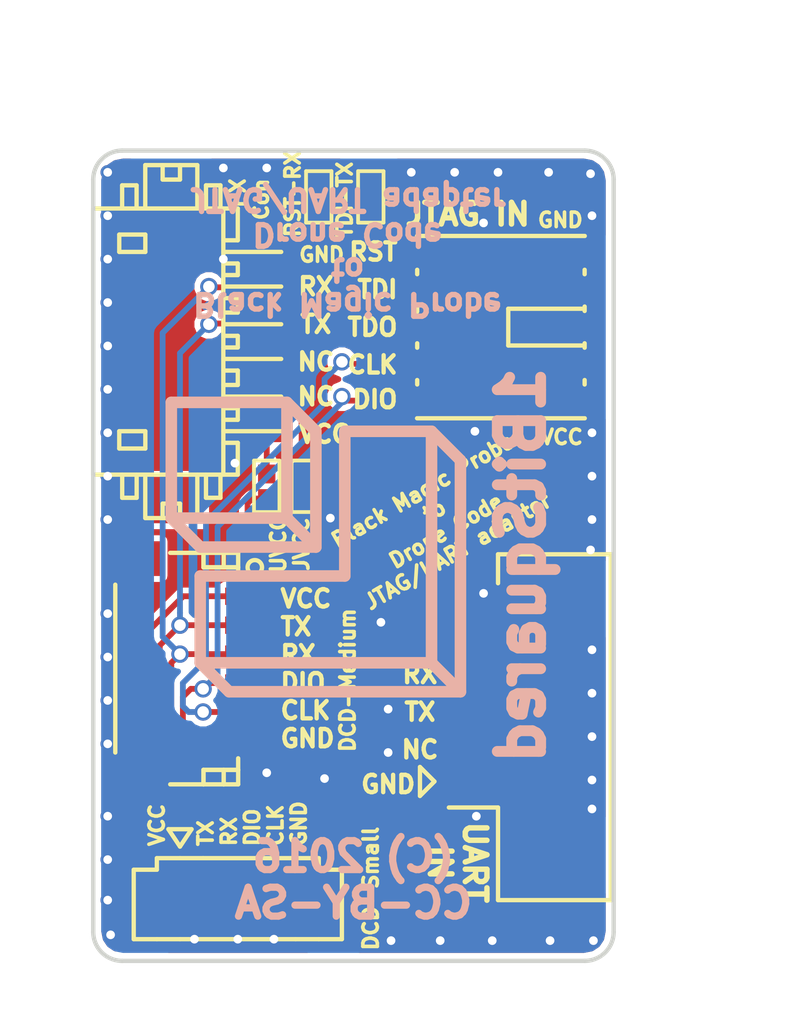
<source format=kicad_pcb>
(kicad_pcb (version 4) (host pcbnew 4.0.6-e0-6349~53~ubuntu16.04.1)

  (general
    (links 80)
    (no_connects 0)
    (area 19.924999 19.924999 38.075001 48.075001)
    (thickness 1.6)
    (drawings 43)
    (tracks 108)
    (zones 0)
    (modules 64)
    (nets 10)
  )

  (page A4)
  (title_block
    (title "JTAG 10 to 20 pin adapter.")
    (rev V1.0)
    (company 1BitSquared)
    (comment 1 "(C) 2016")
    (comment 2 "CC-BY-SA V4.0")
  )

  (layers
    (0 F.Cu signal)
    (31 B.Cu signal)
    (32 B.Adhes user)
    (33 F.Adhes user)
    (34 B.Paste user)
    (35 F.Paste user)
    (36 B.SilkS user)
    (37 F.SilkS user)
    (38 B.Mask user)
    (39 F.Mask user)
    (40 Dwgs.User user)
    (41 Cmts.User user)
    (42 Eco1.User user)
    (43 Eco2.User user)
    (44 Edge.Cuts user)
    (45 Margin user)
    (46 B.CrtYd user)
    (47 F.CrtYd user)
    (48 B.Fab user)
    (49 F.Fab user)
  )

  (setup
    (last_trace_width 0.2)
    (trace_clearance 0.2)
    (zone_clearance 0.2)
    (zone_45_only no)
    (trace_min 0.2)
    (segment_width 0.2)
    (edge_width 0.15)
    (via_size 0.6)
    (via_drill 0.4)
    (via_min_size 0.5)
    (via_min_drill 0.3)
    (uvia_size 0.3)
    (uvia_drill 0.1)
    (uvias_allowed no)
    (uvia_min_size 0.2)
    (uvia_min_drill 0.1)
    (pcb_text_width 0.3)
    (pcb_text_size 1.5 1.5)
    (mod_edge_width 0.15)
    (mod_text_size 1 1)
    (mod_text_width 0.15)
    (pad_size 0.65 0.6)
    (pad_drill 0)
    (pad_to_mask_clearance 0.075)
    (aux_axis_origin 0 0)
    (visible_elements FFFCFF7F)
    (pcbplotparams
      (layerselection 0x010f8_80000001)
      (usegerberextensions true)
      (excludeedgelayer true)
      (linewidth 0.100000)
      (plotframeref false)
      (viasonmask false)
      (mode 1)
      (useauxorigin false)
      (hpglpennumber 1)
      (hpglpenspeed 20)
      (hpglpendiameter 15)
      (hpglpenoverlay 2)
      (psnegative false)
      (psa4output false)
      (plotreference false)
      (plotvalue false)
      (plotinvisibletext false)
      (padsonsilk false)
      (subtractmaskfromsilk false)
      (outputformat 1)
      (mirror false)
      (drillshape 0)
      (scaleselection 1)
      (outputdirectory gerber))
  )

  (net 0 "")
  (net 1 GND)
  (net 2 /TDI)
  (net 3 /RST)
  (net 4 /TX)
  (net 5 /RX)
  (net 6 /TMS/SWDIO)
  (net 7 /TCK/SWCLK)
  (net 8 VCC)
  (net 9 "Net-(J4-Pad2)")

  (net_class Default "This is the default net class."
    (clearance 0.2)
    (trace_width 0.2)
    (via_dia 0.6)
    (via_drill 0.4)
    (uvia_dia 0.3)
    (uvia_drill 0.1)
    (add_net /RST)
    (add_net /RX)
    (add_net /TCK/SWCLK)
    (add_net /TDI)
    (add_net /TMS/SWDIO)
    (add_net /TX)
    (add_net GND)
    (add_net "Net-(J4-Pad2)")
    (add_net VCC)
  )

  (module pkl_misc:via0305 (layer F.Cu) (tedit 56B2E4FA) (tstamp 56C4C9AE)
    (at 26 41.5)
    (fp_text reference REF** (at 0 0.35) (layer F.SilkS) hide
      (effects (font (size 0.127 0.127) (thickness 0.03175)))
    )
    (fp_text value via0305 (at 0 -0.35) (layer F.Fab) hide
      (effects (font (size 0.127 0.127) (thickness 0.03175)))
    )
    (pad "" thru_hole circle (at 0 0) (size 0.5 0.5) (drill 0.3) (layers *.Cu)
      (net 1 GND) (zone_connect 2))
  )

  (module pkl_misc:via0305 (layer F.Cu) (tedit 56B2E4FA) (tstamp 56C4C945)
    (at 20.6 47.1)
    (fp_text reference REF** (at 0 0.35) (layer F.SilkS) hide
      (effects (font (size 0.127 0.127) (thickness 0.03175)))
    )
    (fp_text value via0305 (at 0 -0.35) (layer F.Fab) hide
      (effects (font (size 0.127 0.127) (thickness 0.03175)))
    )
    (pad "" thru_hole circle (at 0 0) (size 0.5 0.5) (drill 0.3) (layers *.Cu)
      (net 1 GND) (zone_connect 2))
  )

  (module pkl_misc:via0305 (layer F.Cu) (tedit 56B2E4FA) (tstamp 56C4C800)
    (at 37.3 47.3)
    (fp_text reference REF** (at 0 0.35) (layer F.SilkS) hide
      (effects (font (size 0.127 0.127) (thickness 0.03175)))
    )
    (fp_text value via0305 (at 0 -0.35) (layer F.Fab) hide
      (effects (font (size 0.127 0.127) (thickness 0.03175)))
    )
    (pad "" thru_hole circle (at 0 0) (size 0.5 0.5) (drill 0.3) (layers *.Cu)
      (net 1 GND) (zone_connect 2))
  )

  (module pkl_misc:via0305 (layer F.Cu) (tedit 56B2E4FA) (tstamp 56C4C7B1)
    (at 20.5 45.9)
    (fp_text reference REF** (at 0 0.35) (layer F.SilkS) hide
      (effects (font (size 0.127 0.127) (thickness 0.03175)))
    )
    (fp_text value via0305 (at 0 -0.35) (layer F.Fab) hide
      (effects (font (size 0.127 0.127) (thickness 0.03175)))
    )
    (pad "" thru_hole circle (at 0 0) (size 0.5 0.5) (drill 0.3) (layers *.Cu)
      (net 1 GND) (zone_connect 2))
  )

  (module pkl_misc:via0305 (layer F.Cu) (tedit 56B2E4FA) (tstamp 56C4A92E)
    (at 33.5 35.3)
    (fp_text reference REF** (at 0 0.35) (layer F.SilkS) hide
      (effects (font (size 0.127 0.127) (thickness 0.03175)))
    )
    (fp_text value via0305 (at 0 -0.35) (layer F.Fab) hide
      (effects (font (size 0.127 0.127) (thickness 0.03175)))
    )
    (pad "" thru_hole circle (at 0 0) (size 0.5 0.5) (drill 0.3) (layers *.Cu)
      (net 1 GND) (zone_connect 2))
  )

  (module pkl_misc:via0305 (layer F.Cu) (tedit 56B2E4FA) (tstamp 56C4A92A)
    (at 33.2 29.7)
    (fp_text reference REF** (at 0 0.35) (layer F.SilkS) hide
      (effects (font (size 0.127 0.127) (thickness 0.03175)))
    )
    (fp_text value via0305 (at 0 -0.35) (layer F.Fab) hide
      (effects (font (size 0.127 0.127) (thickness 0.03175)))
    )
    (pad "" thru_hole circle (at 0 0) (size 0.5 0.5) (drill 0.3) (layers *.Cu)
      (net 1 GND) (zone_connect 2))
  )

  (module pkl_misc:via0305 (layer F.Cu) (tedit 56B2E4FA) (tstamp 56C4A922)
    (at 33.5 22.5)
    (fp_text reference REF** (at 0 0.35) (layer F.SilkS) hide
      (effects (font (size 0.127 0.127) (thickness 0.03175)))
    )
    (fp_text value via0305 (at 0 -0.35) (layer F.Fab) hide
      (effects (font (size 0.127 0.127) (thickness 0.03175)))
    )
    (pad "" thru_hole circle (at 0 0) (size 0.5 0.5) (drill 0.3) (layers *.Cu)
      (net 1 GND) (zone_connect 2))
  )

  (module pkl_misc:via0305 (layer F.Cu) (tedit 56B2E4FA) (tstamp 56C4A91E)
    (at 24.5 23.75)
    (fp_text reference REF** (at 0 0.35) (layer F.SilkS) hide
      (effects (font (size 0.127 0.127) (thickness 0.03175)))
    )
    (fp_text value via0305 (at 0 -0.35) (layer F.Fab) hide
      (effects (font (size 0.127 0.127) (thickness 0.03175)))
    )
    (pad "" thru_hole circle (at 0 0) (size 0.5 0.5) (drill 0.3) (layers *.Cu)
      (net 1 GND) (zone_connect 2))
  )

  (module pkl_misc:via0305 (layer F.Cu) (tedit 56B2E4FA) (tstamp 56C4A91A)
    (at 30.2 40.8)
    (fp_text reference REF** (at 0 0.35) (layer F.SilkS) hide
      (effects (font (size 0.127 0.127) (thickness 0.03175)))
    )
    (fp_text value via0305 (at 0 -0.35) (layer F.Fab) hide
      (effects (font (size 0.127 0.127) (thickness 0.03175)))
    )
    (pad "" thru_hole circle (at 0 0) (size 0.5 0.5) (drill 0.3) (layers *.Cu)
      (net 1 GND) (zone_connect 2))
  )

  (module pkl_misc:via0305 (layer F.Cu) (tedit 56B2E4FA) (tstamp 56C4A916)
    (at 33.25 43)
    (fp_text reference REF** (at 0 0.35) (layer F.SilkS) hide
      (effects (font (size 0.127 0.127) (thickness 0.03175)))
    )
    (fp_text value via0305 (at 0 -0.35) (layer F.Fab) hide
      (effects (font (size 0.127 0.127) (thickness 0.03175)))
    )
    (pad "" thru_hole circle (at 0 0) (size 0.5 0.5) (drill 0.3) (layers *.Cu)
      (net 1 GND) (zone_connect 2))
  )

  (module pkl_misc:via0305 (layer F.Cu) (tedit 56B2E4FA) (tstamp 56C4A912)
    (at 30.2 39.3)
    (fp_text reference REF** (at 0 0.35) (layer F.SilkS) hide
      (effects (font (size 0.127 0.127) (thickness 0.03175)))
    )
    (fp_text value via0305 (at 0 -0.35) (layer F.Fab) hide
      (effects (font (size 0.127 0.127) (thickness 0.03175)))
    )
    (pad "" thru_hole circle (at 0 0) (size 0.5 0.5) (drill 0.3) (layers *.Cu)
      (net 1 GND) (zone_connect 2))
  )

  (module pkl_misc:via0305 (layer F.Cu) (tedit 56B2E4FA) (tstamp 56C4A90E)
    (at 28 41.7)
    (fp_text reference REF** (at 0 0.35) (layer F.SilkS) hide
      (effects (font (size 0.127 0.127) (thickness 0.03175)))
    )
    (fp_text value via0305 (at 0 -0.35) (layer F.Fab) hide
      (effects (font (size 0.127 0.127) (thickness 0.03175)))
    )
    (pad "" thru_hole circle (at 0 0) (size 0.5 0.5) (drill 0.3) (layers *.Cu)
      (net 1 GND) (zone_connect 2))
  )

  (module pkl_misc:via0305 (layer F.Cu) (tedit 56B2E4FA) (tstamp 56C4A901)
    (at 24.9 30.8)
    (fp_text reference REF** (at 0 0.35) (layer F.SilkS) hide
      (effects (font (size 0.127 0.127) (thickness 0.03175)))
    )
    (fp_text value via0305 (at 0 -0.35) (layer F.Fab) hide
      (effects (font (size 0.127 0.127) (thickness 0.03175)))
    )
    (pad "" thru_hole circle (at 0 0) (size 0.5 0.5) (drill 0.3) (layers *.Cu)
      (net 1 GND) (zone_connect 2))
  )

  (module pkl_misc:via0305 (layer F.Cu) (tedit 56B2E4FA) (tstamp 56C4A8FD)
    (at 29.95 36.3)
    (fp_text reference REF** (at 0 0.35) (layer F.SilkS) hide
      (effects (font (size 0.127 0.127) (thickness 0.03175)))
    )
    (fp_text value via0305 (at 0 -0.35) (layer F.Fab) hide
      (effects (font (size 0.127 0.127) (thickness 0.03175)))
    )
    (pad "" thru_hole circle (at 0 0) (size 0.5 0.5) (drill 0.3) (layers *.Cu)
      (net 1 GND) (zone_connect 2))
  )

  (module pkl_misc:via0305 (layer F.Cu) (tedit 56B2E4FA) (tstamp 56C4A8F9)
    (at 28.2 32.7)
    (fp_text reference REF** (at 0 0.35) (layer F.SilkS) hide
      (effects (font (size 0.127 0.127) (thickness 0.03175)))
    )
    (fp_text value via0305 (at 0 -0.35) (layer F.Fab) hide
      (effects (font (size 0.127 0.127) (thickness 0.03175)))
    )
    (pad "" thru_hole circle (at 0 0) (size 0.5 0.5) (drill 0.3) (layers *.Cu)
      (net 1 GND) (zone_connect 2))
  )

  (module pkl_misc:via0305 (layer F.Cu) (tedit 56B2E4FA) (tstamp 56C4A8EF)
    (at 35.75 20.75)
    (fp_text reference REF** (at 0 0.35) (layer F.SilkS) hide
      (effects (font (size 0.127 0.127) (thickness 0.03175)))
    )
    (fp_text value via0305 (at 0 -0.35) (layer F.Fab) hide
      (effects (font (size 0.127 0.127) (thickness 0.03175)))
    )
    (pad "" thru_hole circle (at 0 0) (size 0.5 0.5) (drill 0.3) (layers *.Cu)
      (net 1 GND) (zone_connect 2))
  )

  (module pkl_misc:via0305 (layer F.Cu) (tedit 56B2E4FA) (tstamp 56C4A8C7)
    (at 34 20.75)
    (fp_text reference REF** (at 0 0.35) (layer F.SilkS) hide
      (effects (font (size 0.127 0.127) (thickness 0.03175)))
    )
    (fp_text value via0305 (at 0 -0.35) (layer F.Fab) hide
      (effects (font (size 0.127 0.127) (thickness 0.03175)))
    )
    (pad "" thru_hole circle (at 0 0) (size 0.5 0.5) (drill 0.3) (layers *.Cu)
      (net 1 GND) (zone_connect 2))
  )

  (module pkl_misc:via0305 (layer F.Cu) (tedit 56B2E4FA) (tstamp 56C4A8C3)
    (at 32.5 20.75)
    (fp_text reference REF** (at 0 0.35) (layer F.SilkS) hide
      (effects (font (size 0.127 0.127) (thickness 0.03175)))
    )
    (fp_text value via0305 (at 0 -0.35) (layer F.Fab) hide
      (effects (font (size 0.127 0.127) (thickness 0.03175)))
    )
    (pad "" thru_hole circle (at 0 0) (size 0.5 0.5) (drill 0.3) (layers *.Cu)
      (net 1 GND) (zone_connect 2))
  )

  (module pkl_misc:via0305 (layer F.Cu) (tedit 56B2E4FA) (tstamp 56C4A8BF)
    (at 31 20.75)
    (fp_text reference REF** (at 0 0.35) (layer F.SilkS) hide
      (effects (font (size 0.127 0.127) (thickness 0.03175)))
    )
    (fp_text value via0305 (at 0 -0.35) (layer F.Fab) hide
      (effects (font (size 0.127 0.127) (thickness 0.03175)))
    )
    (pad "" thru_hole circle (at 0 0) (size 0.5 0.5) (drill 0.3) (layers *.Cu)
      (net 1 GND) (zone_connect 2))
  )

  (module pkl_misc:via0305 (layer F.Cu) (tedit 56B2E4FA) (tstamp 56C4A8B7)
    (at 26 20.6)
    (fp_text reference REF** (at 0 0.35) (layer F.SilkS) hide
      (effects (font (size 0.127 0.127) (thickness 0.03175)))
    )
    (fp_text value via0305 (at 0 -0.35) (layer F.Fab) hide
      (effects (font (size 0.127 0.127) (thickness 0.03175)))
    )
    (pad "" thru_hole circle (at 0 0) (size 0.5 0.5) (drill 0.3) (layers *.Cu)
      (net 1 GND) (zone_connect 2))
  )

  (module pkl_misc:via0305 (layer F.Cu) (tedit 56B2E4FA) (tstamp 56C4A8B3)
    (at 24.5 20.6)
    (fp_text reference REF** (at 0 0.35) (layer F.SilkS) hide
      (effects (font (size 0.127 0.127) (thickness 0.03175)))
    )
    (fp_text value via0305 (at 0 -0.35) (layer F.Fab) hide
      (effects (font (size 0.127 0.127) (thickness 0.03175)))
    )
    (pad "" thru_hole circle (at 0 0) (size 0.5 0.5) (drill 0.3) (layers *.Cu)
      (net 1 GND) (zone_connect 2))
  )

  (module pkl_misc:via0305 (layer F.Cu) (tedit 56B2E4FA) (tstamp 56C4A8AB)
    (at 20.5 20.75)
    (fp_text reference REF** (at 0 0.35) (layer F.SilkS) hide
      (effects (font (size 0.127 0.127) (thickness 0.03175)))
    )
    (fp_text value via0305 (at 0 -0.35) (layer F.Fab) hide
      (effects (font (size 0.127 0.127) (thickness 0.03175)))
    )
    (pad "" thru_hole circle (at 0 0) (size 0.5 0.5) (drill 0.3) (layers *.Cu)
      (net 1 GND) (zone_connect 2))
  )

  (module pkl_misc:via0305 (layer F.Cu) (tedit 56B2E4FA) (tstamp 56C4A8A7)
    (at 20.5 22.25)
    (fp_text reference REF** (at 0 0.35) (layer F.SilkS) hide
      (effects (font (size 0.127 0.127) (thickness 0.03175)))
    )
    (fp_text value via0305 (at 0 -0.35) (layer F.Fab) hide
      (effects (font (size 0.127 0.127) (thickness 0.03175)))
    )
    (pad "" thru_hole circle (at 0 0) (size 0.5 0.5) (drill 0.3) (layers *.Cu)
      (net 1 GND) (zone_connect 2))
  )

  (module pkl_misc:via0305 (layer F.Cu) (tedit 56B2E4FA) (tstamp 56C4A8A3)
    (at 20.5 23.75)
    (fp_text reference REF** (at 0 0.35) (layer F.SilkS) hide
      (effects (font (size 0.127 0.127) (thickness 0.03175)))
    )
    (fp_text value via0305 (at 0 -0.35) (layer F.Fab) hide
      (effects (font (size 0.127 0.127) (thickness 0.03175)))
    )
    (pad "" thru_hole circle (at 0 0) (size 0.5 0.5) (drill 0.3) (layers *.Cu)
      (net 1 GND) (zone_connect 2))
  )

  (module pkl_misc:via0305 (layer F.Cu) (tedit 56B2E4FA) (tstamp 56C4A89F)
    (at 20.5 25.25)
    (fp_text reference REF** (at 0 0.35) (layer F.SilkS) hide
      (effects (font (size 0.127 0.127) (thickness 0.03175)))
    )
    (fp_text value via0305 (at 0 -0.35) (layer F.Fab) hide
      (effects (font (size 0.127 0.127) (thickness 0.03175)))
    )
    (pad "" thru_hole circle (at 0 0) (size 0.5 0.5) (drill 0.3) (layers *.Cu)
      (net 1 GND) (zone_connect 2))
  )

  (module pkl_misc:via0305 (layer F.Cu) (tedit 56B2E4FA) (tstamp 56C4A89B)
    (at 20.5 26.75)
    (fp_text reference REF** (at 0 0.35) (layer F.SilkS) hide
      (effects (font (size 0.127 0.127) (thickness 0.03175)))
    )
    (fp_text value via0305 (at 0 -0.35) (layer F.Fab) hide
      (effects (font (size 0.127 0.127) (thickness 0.03175)))
    )
    (pad "" thru_hole circle (at 0 0) (size 0.5 0.5) (drill 0.3) (layers *.Cu)
      (net 1 GND) (zone_connect 2))
  )

  (module pkl_misc:via0305 (layer F.Cu) (tedit 56B2E4FA) (tstamp 56C4A897)
    (at 20.5 28.25)
    (fp_text reference REF** (at 0 0.35) (layer F.SilkS) hide
      (effects (font (size 0.127 0.127) (thickness 0.03175)))
    )
    (fp_text value via0305 (at 0 -0.35) (layer F.Fab) hide
      (effects (font (size 0.127 0.127) (thickness 0.03175)))
    )
    (pad "" thru_hole circle (at 0 0) (size 0.5 0.5) (drill 0.3) (layers *.Cu)
      (net 1 GND) (zone_connect 2))
  )

  (module pkl_misc:via0305 (layer F.Cu) (tedit 56B2E4FA) (tstamp 56C4A893)
    (at 20.5 29.75)
    (fp_text reference REF** (at 0 0.35) (layer F.SilkS) hide
      (effects (font (size 0.127 0.127) (thickness 0.03175)))
    )
    (fp_text value via0305 (at 0 -0.35) (layer F.Fab) hide
      (effects (font (size 0.127 0.127) (thickness 0.03175)))
    )
    (pad "" thru_hole circle (at 0 0) (size 0.5 0.5) (drill 0.3) (layers *.Cu)
      (net 1 GND) (zone_connect 2))
  )

  (module pkl_misc:via0305 (layer F.Cu) (tedit 56B2E4FA) (tstamp 56C4A88F)
    (at 20.5 31.25)
    (fp_text reference REF** (at 0 0.35) (layer F.SilkS) hide
      (effects (font (size 0.127 0.127) (thickness 0.03175)))
    )
    (fp_text value via0305 (at 0 -0.35) (layer F.Fab) hide
      (effects (font (size 0.127 0.127) (thickness 0.03175)))
    )
    (pad "" thru_hole circle (at 0 0) (size 0.5 0.5) (drill 0.3) (layers *.Cu)
      (net 1 GND) (zone_connect 2))
  )

  (module pkl_misc:via0305 (layer F.Cu) (tedit 56B2E4FA) (tstamp 56C4A88B)
    (at 20.5 32.75)
    (fp_text reference REF** (at 0 0.35) (layer F.SilkS) hide
      (effects (font (size 0.127 0.127) (thickness 0.03175)))
    )
    (fp_text value via0305 (at 0 -0.35) (layer F.Fab) hide
      (effects (font (size 0.127 0.127) (thickness 0.03175)))
    )
    (pad "" thru_hole circle (at 0 0) (size 0.5 0.5) (drill 0.3) (layers *.Cu)
      (net 1 GND) (zone_connect 2))
  )

  (module pkl_misc:via0305 (layer F.Cu) (tedit 56B2E4FA) (tstamp 56C4A887)
    (at 20.5 36)
    (fp_text reference REF** (at 0 0.35) (layer F.SilkS) hide
      (effects (font (size 0.127 0.127) (thickness 0.03175)))
    )
    (fp_text value via0305 (at 0 -0.35) (layer F.Fab) hide
      (effects (font (size 0.127 0.127) (thickness 0.03175)))
    )
    (pad "" thru_hole circle (at 0 0) (size 0.5 0.5) (drill 0.3) (layers *.Cu)
      (net 1 GND) (zone_connect 2))
  )

  (module pkl_misc:via0305 (layer F.Cu) (tedit 56B2E4FA) (tstamp 56C4A883)
    (at 20.5 37.5)
    (fp_text reference REF** (at 0 0.35) (layer F.SilkS) hide
      (effects (font (size 0.127 0.127) (thickness 0.03175)))
    )
    (fp_text value via0305 (at 0 -0.35) (layer F.Fab) hide
      (effects (font (size 0.127 0.127) (thickness 0.03175)))
    )
    (pad "" thru_hole circle (at 0 0) (size 0.5 0.5) (drill 0.3) (layers *.Cu)
      (net 1 GND) (zone_connect 2))
  )

  (module pkl_misc:via0305 (layer F.Cu) (tedit 56B2E4FA) (tstamp 56C4A87F)
    (at 20.5 39)
    (fp_text reference REF** (at 0 0.35) (layer F.SilkS) hide
      (effects (font (size 0.127 0.127) (thickness 0.03175)))
    )
    (fp_text value via0305 (at 0 -0.35) (layer F.Fab) hide
      (effects (font (size 0.127 0.127) (thickness 0.03175)))
    )
    (pad "" thru_hole circle (at 0 0) (size 0.5 0.5) (drill 0.3) (layers *.Cu)
      (net 1 GND) (zone_connect 2))
  )

  (module pkl_misc:via0305 (layer F.Cu) (tedit 56B2E4FA) (tstamp 56C4A87B)
    (at 20.5 40.5)
    (fp_text reference REF** (at 0 0.35) (layer F.SilkS) hide
      (effects (font (size 0.127 0.127) (thickness 0.03175)))
    )
    (fp_text value via0305 (at 0 -0.35) (layer F.Fab) hide
      (effects (font (size 0.127 0.127) (thickness 0.03175)))
    )
    (pad "" thru_hole circle (at 0 0) (size 0.5 0.5) (drill 0.3) (layers *.Cu)
      (net 1 GND) (zone_connect 2))
  )

  (module pkl_misc:via0305 (layer F.Cu) (tedit 56B2E4FA) (tstamp 56C4A877)
    (at 20.5 43)
    (fp_text reference REF** (at 0 0.35) (layer F.SilkS) hide
      (effects (font (size 0.127 0.127) (thickness 0.03175)))
    )
    (fp_text value via0305 (at 0 -0.35) (layer F.Fab) hide
      (effects (font (size 0.127 0.127) (thickness 0.03175)))
    )
    (pad "" thru_hole circle (at 0 0) (size 0.5 0.5) (drill 0.3) (layers *.Cu)
      (net 1 GND) (zone_connect 2))
  )

  (module pkl_misc:via0305 (layer F.Cu) (tedit 56B2E4FA) (tstamp 56C4A873)
    (at 20.5 44.5)
    (fp_text reference REF** (at 0 0.35) (layer F.SilkS) hide
      (effects (font (size 0.127 0.127) (thickness 0.03175)))
    )
    (fp_text value via0305 (at 0 -0.35) (layer F.Fab) hide
      (effects (font (size 0.127 0.127) (thickness 0.03175)))
    )
    (pad "" thru_hole circle (at 0 0) (size 0.5 0.5) (drill 0.3) (layers *.Cu)
      (net 1 GND) (zone_connect 2))
  )

  (module pkl_misc:via0305 (layer F.Cu) (tedit 56B2E4FA) (tstamp 56C4A863)
    (at 25 47.25)
    (fp_text reference REF** (at 0 0.35) (layer F.SilkS) hide
      (effects (font (size 0.127 0.127) (thickness 0.03175)))
    )
    (fp_text value via0305 (at 0 -0.35) (layer F.Fab) hide
      (effects (font (size 0.127 0.127) (thickness 0.03175)))
    )
    (pad "" thru_hole circle (at 0 0) (size 0.5 0.5) (drill 0.3) (layers *.Cu)
      (net 1 GND) (zone_connect 2))
  )

  (module pkl_misc:via0305 (layer F.Cu) (tedit 56B2E4FA) (tstamp 56C4A85F)
    (at 23.5 47.25)
    (fp_text reference REF** (at 0 0.35) (layer F.SilkS) hide
      (effects (font (size 0.127 0.127) (thickness 0.03175)))
    )
    (fp_text value via0305 (at 0 -0.35) (layer F.Fab) hide
      (effects (font (size 0.127 0.127) (thickness 0.03175)))
    )
    (pad "" thru_hole circle (at 0 0) (size 0.5 0.5) (drill 0.3) (layers *.Cu)
      (net 1 GND) (zone_connect 2))
  )

  (module pkl_misc:via0305 (layer F.Cu) (tedit 56B2E4FA) (tstamp 56C4A857)
    (at 26.25 47.25)
    (fp_text reference REF** (at 0 0.35) (layer F.SilkS) hide
      (effects (font (size 0.127 0.127) (thickness 0.03175)))
    )
    (fp_text value via0305 (at 0 -0.35) (layer F.Fab) hide
      (effects (font (size 0.127 0.127) (thickness 0.03175)))
    )
    (pad "" thru_hole circle (at 0 0) (size 0.5 0.5) (drill 0.3) (layers *.Cu)
      (net 1 GND) (zone_connect 2))
  )

  (module pkl_misc:via0305 (layer F.Cu) (tedit 56B2E4FA) (tstamp 56C4A853)
    (at 30.3 47.3)
    (fp_text reference REF** (at 0 0.35) (layer F.SilkS) hide
      (effects (font (size 0.127 0.127) (thickness 0.03175)))
    )
    (fp_text value via0305 (at 0 -0.35) (layer F.Fab) hide
      (effects (font (size 0.127 0.127) (thickness 0.03175)))
    )
    (pad "" thru_hole circle (at 0 0) (size 0.5 0.5) (drill 0.3) (layers *.Cu)
      (net 1 GND) (zone_connect 2))
  )

  (module pkl_misc:via0305 (layer F.Cu) (tedit 56B2E4FA) (tstamp 56C4A84F)
    (at 32 47.3)
    (fp_text reference REF** (at 0 0.35) (layer F.SilkS) hide
      (effects (font (size 0.127 0.127) (thickness 0.03175)))
    )
    (fp_text value via0305 (at 0 -0.35) (layer F.Fab) hide
      (effects (font (size 0.127 0.127) (thickness 0.03175)))
    )
    (pad "" thru_hole circle (at 0 0) (size 0.5 0.5) (drill 0.3) (layers *.Cu)
      (net 1 GND) (zone_connect 2))
  )

  (module pkl_misc:via0305 (layer F.Cu) (tedit 56B2E4FA) (tstamp 56C4A84B)
    (at 33.8 47.3)
    (fp_text reference REF** (at 0 0.35) (layer F.SilkS) hide
      (effects (font (size 0.127 0.127) (thickness 0.03175)))
    )
    (fp_text value via0305 (at 0 -0.35) (layer F.Fab) hide
      (effects (font (size 0.127 0.127) (thickness 0.03175)))
    )
    (pad "" thru_hole circle (at 0 0) (size 0.5 0.5) (drill 0.3) (layers *.Cu)
      (net 1 GND) (zone_connect 2))
  )

  (module pkl_misc:via0305 (layer F.Cu) (tedit 56B2E4FA) (tstamp 56C4A847)
    (at 35.8 47.3)
    (fp_text reference REF** (at 0 0.35) (layer F.SilkS) hide
      (effects (font (size 0.127 0.127) (thickness 0.03175)))
    )
    (fp_text value via0305 (at 0 -0.35) (layer F.Fab) hide
      (effects (font (size 0.127 0.127) (thickness 0.03175)))
    )
    (pad "" thru_hole circle (at 0 0) (size 0.5 0.5) (drill 0.3) (layers *.Cu)
      (net 1 GND) (zone_connect 2))
  )

  (module pkl_misc:via0305 (layer F.Cu) (tedit 56B2E4FA) (tstamp 56C4A83F)
    (at 37.25 42.75)
    (fp_text reference REF** (at 0 0.35) (layer F.SilkS) hide
      (effects (font (size 0.127 0.127) (thickness 0.03175)))
    )
    (fp_text value via0305 (at 0 -0.35) (layer F.Fab) hide
      (effects (font (size 0.127 0.127) (thickness 0.03175)))
    )
    (pad "" thru_hole circle (at 0 0) (size 0.5 0.5) (drill 0.3) (layers *.Cu)
      (net 1 GND) (zone_connect 2))
  )

  (module pkl_misc:via0305 (layer F.Cu) (tedit 56B2E4FA) (tstamp 56C4A83B)
    (at 37.25 41.75)
    (fp_text reference REF** (at 0 0.35) (layer F.SilkS) hide
      (effects (font (size 0.127 0.127) (thickness 0.03175)))
    )
    (fp_text value via0305 (at 0 -0.35) (layer F.Fab) hide
      (effects (font (size 0.127 0.127) (thickness 0.03175)))
    )
    (pad "" thru_hole circle (at 0 0) (size 0.5 0.5) (drill 0.3) (layers *.Cu)
      (net 1 GND) (zone_connect 2))
  )

  (module pkl_misc:via0305 (layer F.Cu) (tedit 56B2E4FA) (tstamp 56C4A837)
    (at 37.25 40.25)
    (fp_text reference REF** (at 0 0.35) (layer F.SilkS) hide
      (effects (font (size 0.127 0.127) (thickness 0.03175)))
    )
    (fp_text value via0305 (at 0 -0.35) (layer F.Fab) hide
      (effects (font (size 0.127 0.127) (thickness 0.03175)))
    )
    (pad "" thru_hole circle (at 0 0) (size 0.5 0.5) (drill 0.3) (layers *.Cu)
      (net 1 GND) (zone_connect 2))
  )

  (module pkl_misc:via0305 (layer F.Cu) (tedit 56B2E4FA) (tstamp 56C4A833)
    (at 37.25 38.75)
    (fp_text reference REF** (at 0 0.35) (layer F.SilkS) hide
      (effects (font (size 0.127 0.127) (thickness 0.03175)))
    )
    (fp_text value via0305 (at 0 -0.35) (layer F.Fab) hide
      (effects (font (size 0.127 0.127) (thickness 0.03175)))
    )
    (pad "" thru_hole circle (at 0 0) (size 0.5 0.5) (drill 0.3) (layers *.Cu)
      (net 1 GND) (zone_connect 2))
  )

  (module pkl_misc:via0305 (layer F.Cu) (tedit 56B2E4FA) (tstamp 56C4A82F)
    (at 37.25 37.25)
    (fp_text reference REF** (at 0 0.35) (layer F.SilkS) hide
      (effects (font (size 0.127 0.127) (thickness 0.03175)))
    )
    (fp_text value via0305 (at 0 -0.35) (layer F.Fab) hide
      (effects (font (size 0.127 0.127) (thickness 0.03175)))
    )
    (pad "" thru_hole circle (at 0 0) (size 0.5 0.5) (drill 0.3) (layers *.Cu)
      (net 1 GND) (zone_connect 2))
  )

  (module pkl_misc:via0305 (layer F.Cu) (tedit 56B2E4FA) (tstamp 56C4A82B)
    (at 37.2 33.8)
    (fp_text reference REF** (at 0 0.35) (layer F.SilkS) hide
      (effects (font (size 0.127 0.127) (thickness 0.03175)))
    )
    (fp_text value via0305 (at 0 -0.35) (layer F.Fab) hide
      (effects (font (size 0.127 0.127) (thickness 0.03175)))
    )
    (pad "" thru_hole circle (at 0 0) (size 0.5 0.5) (drill 0.3) (layers *.Cu)
      (net 1 GND) (zone_connect 2))
  )

  (module pkl_misc:via0305 (layer F.Cu) (tedit 56B2E4FA) (tstamp 56C4A827)
    (at 37.25 32.75)
    (fp_text reference REF** (at 0 0.35) (layer F.SilkS) hide
      (effects (font (size 0.127 0.127) (thickness 0.03175)))
    )
    (fp_text value via0305 (at 0 -0.35) (layer F.Fab) hide
      (effects (font (size 0.127 0.127) (thickness 0.03175)))
    )
    (pad "" thru_hole circle (at 0 0) (size 0.5 0.5) (drill 0.3) (layers *.Cu)
      (net 1 GND) (zone_connect 2))
  )

  (module pkl_misc:via0305 (layer F.Cu) (tedit 56B2E4FA) (tstamp 56C4A823)
    (at 37.25 31.25)
    (fp_text reference REF** (at 0 0.35) (layer F.SilkS) hide
      (effects (font (size 0.127 0.127) (thickness 0.03175)))
    )
    (fp_text value via0305 (at 0 -0.35) (layer F.Fab) hide
      (effects (font (size 0.127 0.127) (thickness 0.03175)))
    )
    (pad "" thru_hole circle (at 0 0) (size 0.5 0.5) (drill 0.3) (layers *.Cu)
      (net 1 GND) (zone_connect 2))
  )

  (module pkl_misc:via0305 (layer F.Cu) (tedit 56B2E4FA) (tstamp 56C4A81F)
    (at 37.25 29.75)
    (fp_text reference REF** (at 0 0.35) (layer F.SilkS) hide
      (effects (font (size 0.127 0.127) (thickness 0.03175)))
    )
    (fp_text value via0305 (at 0 -0.35) (layer F.Fab) hide
      (effects (font (size 0.127 0.127) (thickness 0.03175)))
    )
    (pad "" thru_hole circle (at 0 0) (size 0.5 0.5) (drill 0.3) (layers *.Cu)
      (net 1 GND) (zone_connect 2))
  )

  (module pkl_misc:via0305 (layer F.Cu) (tedit 56B2E4FA) (tstamp 56C4A81B)
    (at 37.25 22.25)
    (fp_text reference REF** (at 0 0.35) (layer F.SilkS) hide
      (effects (font (size 0.127 0.127) (thickness 0.03175)))
    )
    (fp_text value via0305 (at 0 -0.35) (layer F.Fab) hide
      (effects (font (size 0.127 0.127) (thickness 0.03175)))
    )
    (pad "" thru_hole circle (at 0 0) (size 0.5 0.5) (drill 0.3) (layers *.Cu)
      (net 1 GND) (zone_connect 2))
  )

  (module pkl_misc:via0305 (layer F.Cu) (tedit 56B2E4FA) (tstamp 56B54E70)
    (at 37.2 20.8)
    (fp_text reference REF** (at 0 0.35) (layer F.SilkS) hide
      (effects (font (size 0.127 0.127) (thickness 0.03175)))
    )
    (fp_text value via0305 (at 0 -0.35) (layer F.Fab) hide
      (effects (font (size 0.127 0.127) (thickness 0.03175)))
    )
    (pad "" thru_hole circle (at 0 0) (size 0.5 0.5) (drill 0.3) (layers *.Cu)
      (net 1 GND) (zone_connect 2))
  )

  (module Connectors_Molex:Connector_Molex_PicoBlade_53261-0471 (layer F.Cu) (tedit 56B312C3) (tstamp 56B769B3)
    (at 36 39.925 90)
    (descr "Molex PicoBlade 1.25mm shrouded header. Right-angled, SMD. 4 ways")
    (path /56B30FD5)
    (fp_text reference PH1 (at 4.975 -3.3 90) (layer F.Fab) hide
      (effects (font (size 1 1) (thickness 0.15)))
    )
    (fp_text value PH1X4 (at 0 3.3 90) (layer F.Fab) hide
      (effects (font (size 1 1) (thickness 0.15)))
    )
    (fp_line (start -2.775 -3.7) (end -2.775 -2) (layer F.SilkS) (width 0.15))
    (fp_line (start -2.775 -2) (end -5.975 -2) (layer F.SilkS) (width 0.15))
    (fp_line (start -5.975 -2) (end -5.975 1.9) (layer F.SilkS) (width 0.15))
    (fp_line (start -5.975 1.9) (end 5.975 1.9) (layer F.SilkS) (width 0.15))
    (fp_line (start 5.975 1.9) (end 5.975 -2) (layer F.SilkS) (width 0.15))
    (fp_line (start 5.975 -2) (end 4.975 -2) (layer F.SilkS) (width 0.15))
    (fp_line (start -1.875 -4.2) (end -2.375 -4.7) (layer F.SilkS) (width 0.15))
    (fp_line (start -2.375 -4.7) (end -1.375 -4.7) (layer F.SilkS) (width 0.15))
    (fp_line (start -1.375 -4.7) (end -1.875 -4.2) (layer F.SilkS) (width 0.15))
    (fp_line (start -3.375 -2.1) (end -3.375 1.9) (layer F.Fab) (width 0.2))
    (fp_line (start -3.375 1.9) (end 3.375 1.9) (layer F.Fab) (width 0.2))
    (fp_line (start 3.375 1.9) (end 3.375 -2.1) (layer F.Fab) (width 0.2))
    (fp_line (start 3.375 -2.1) (end -3.375 -2.1) (layer F.Fab) (width 0.2))
    (fp_line (start 3.375 -1.5) (end 5.475 -1.5) (layer F.Fab) (width 0.2))
    (fp_line (start 5.475 -1.5) (end 5.475 1.5) (layer F.Fab) (width 0.2))
    (fp_line (start 5.475 1.5) (end 3.375 1.5) (layer F.Fab) (width 0.2))
    (fp_line (start -3.375 -1.5) (end -5.475 -1.5) (layer F.Fab) (width 0.2))
    (fp_line (start -5.475 -1.5) (end -5.475 1.5) (layer F.Fab) (width 0.2))
    (fp_line (start -5.475 1.5) (end -3.375 1.5) (layer F.Fab) (width 0.2))
    (fp_line (start -3.375 -2.1) (end -1.875 -0.6) (layer F.Fab) (width 0.2))
    (fp_line (start -1.875 -0.6) (end -0.375 -2.1) (layer F.Fab) (width 0.2))
    (pad 1 smd rect (at -1.875 -2.9 90) (size 0.8 1.6) (layers F.Cu F.Paste F.Mask)
      (net 1 GND))
    (pad 2 smd rect (at -0.625 -2.9 90) (size 0.8 1.6) (layers F.Cu F.Paste F.Mask))
    (pad 3 smd rect (at 0.625 -2.9 90) (size 0.8 1.6) (layers F.Cu F.Paste F.Mask)
      (net 4 /TX))
    (pad 4 smd rect (at 1.875 -2.9 90) (size 0.8 1.6) (layers F.Cu F.Paste F.Mask)
      (net 5 /RX))
    (pad "" smd rect (at -4.425 0 90) (size 2.1 3) (layers F.Cu F.Paste F.Mask))
    (pad "" smd rect (at 4.425 0 90) (size 2.1 3) (layers F.Cu F.Paste F.Mask))
  )

  (module Connectors_JST_SH:Connectors_JST_SM06B-SRSS-TB (layer F.Cu) (tedit 56B312C0) (tstamp 56B769E1)
    (at 23.4 37.9 270)
    (descr "JST SH series connector, SM06B-SRSS-TB")
    (tags "connector jst sh")
    (path /56B30C88)
    (attr smd)
    (fp_text reference PH2 (at -2.5 -3.9375 270) (layer F.Fab) hide
      (effects (font (size 1 1) (thickness 0.15)))
    )
    (fp_text value SM06B-SRSS-TB (at 0 4.2625 270) (layer F.Fab) hide
      (effects (font (size 1 1) (thickness 0.15)))
    )
    (fp_circle (center -3.5 -2.1875) (end -3.25 -2.1875) (layer F.SilkS) (width 0.15))
    (fp_line (start -2.9 2.6375) (end 2.9 2.6375) (layer F.SilkS) (width 0.15))
    (fp_line (start -4 0.7375) (end -4 -1.6125) (layer F.SilkS) (width 0.15))
    (fp_line (start -4 -1.6125) (end -3.1 -1.6125) (layer F.SilkS) (width 0.15))
    (fp_line (start -3.5 -1.6125) (end -3.5 -0.4125) (layer F.SilkS) (width 0.15))
    (fp_line (start -3.5 -0.4125) (end -3.5 -0.4125) (layer F.SilkS) (width 0.15))
    (fp_line (start -3.5 -0.4125) (end -3.5 -1.6125) (layer F.SilkS) (width 0.15))
    (fp_line (start -3.5 -1.6125) (end -3.5 -1.6125) (layer F.SilkS) (width 0.15))
    (fp_line (start -3.5 -1.1125) (end -3.5 -1.1125) (layer F.SilkS) (width 0.15))
    (fp_line (start -3.5 -1.1125) (end -4 -1.1125) (layer F.SilkS) (width 0.15))
    (fp_line (start -4 -1.1125) (end -4 -1.1125) (layer F.SilkS) (width 0.15))
    (fp_line (start -4 -1.1125) (end -3.5 -1.1125) (layer F.SilkS) (width 0.15))
    (fp_line (start -3.5 -0.4125) (end -3.5 -0.4125) (layer F.SilkS) (width 0.15))
    (fp_line (start -3.5 -0.4125) (end -4 -0.4125) (layer F.SilkS) (width 0.15))
    (fp_line (start -4 -0.4125) (end -4 -0.4125) (layer F.SilkS) (width 0.15))
    (fp_line (start -4 -0.4125) (end -3.5 -0.4125) (layer F.SilkS) (width 0.15))
    (fp_line (start 4 0.7375) (end 4 -1.6125) (layer F.SilkS) (width 0.15))
    (fp_line (start 4 -1.6125) (end 3.1 -1.6125) (layer F.SilkS) (width 0.15))
    (fp_line (start 3.5 -1.6125) (end 3.5 -0.4125) (layer F.SilkS) (width 0.15))
    (fp_line (start 3.5 -0.4125) (end 3.5 -0.4125) (layer F.SilkS) (width 0.15))
    (fp_line (start 3.5 -0.4125) (end 3.5 -1.6125) (layer F.SilkS) (width 0.15))
    (fp_line (start 3.5 -1.6125) (end 3.5 -1.6125) (layer F.SilkS) (width 0.15))
    (fp_line (start 3.5 -1.1125) (end 3.5 -1.1125) (layer F.SilkS) (width 0.15))
    (fp_line (start 3.5 -1.1125) (end 4 -1.1125) (layer F.SilkS) (width 0.15))
    (fp_line (start 4 -1.1125) (end 4 -1.1125) (layer F.SilkS) (width 0.15))
    (fp_line (start 4 -1.1125) (end 3.5 -1.1125) (layer F.SilkS) (width 0.15))
    (fp_line (start 3.5 -0.4125) (end 3.5 -0.4125) (layer F.SilkS) (width 0.15))
    (fp_line (start 3.5 -0.4125) (end 4 -0.4125) (layer F.SilkS) (width 0.15))
    (fp_line (start 4 -0.4125) (end 4 -0.4125) (layer F.SilkS) (width 0.15))
    (fp_line (start 4 -0.4125) (end 3.5 -0.4125) (layer F.SilkS) (width 0.15))
    (fp_line (start -4.9 3.35) (end -4.9 -3.25) (layer F.CrtYd) (width 0.05))
    (fp_line (start -4.9 -3.25) (end 4.9 -3.25) (layer F.CrtYd) (width 0.05))
    (fp_line (start 4.9 -3.25) (end 4.9 3.35) (layer F.CrtYd) (width 0.05))
    (fp_line (start 4.9 3.35) (end -4.9 3.35) (layer F.CrtYd) (width 0.05))
    (pad 1 smd rect (at -2.5 -1.9375 270) (size 0.6 1.55) (layers F.Cu F.Paste F.Mask)
      (net 8 VCC))
    (pad 2 smd rect (at -1.5 -1.9375 270) (size 0.6 1.55) (layers F.Cu F.Paste F.Mask)
      (net 4 /TX))
    (pad 3 smd rect (at -0.5 -1.9375 270) (size 0.6 1.55) (layers F.Cu F.Paste F.Mask)
      (net 5 /RX))
    (pad 4 smd rect (at 0.5 -1.9375 270) (size 0.6 1.55) (layers F.Cu F.Paste F.Mask)
      (net 6 /TMS/SWDIO))
    (pad 5 smd rect (at 1.5 -1.9375 270) (size 0.6 1.55) (layers F.Cu F.Paste F.Mask)
      (net 7 /TCK/SWCLK))
    (pad 6 smd rect (at 2.5 -1.9375 270) (size 0.6 1.55) (layers F.Cu F.Paste F.Mask)
      (net 1 GND))
    (pad "" smd rect (at -3.8 1.9375 270) (size 1.2 1.8) (layers F.Cu F.Paste F.Mask))
    (pad "" smd rect (at 3.8 1.9375 270) (size 1.2 1.8) (layers F.Cu F.Paste F.Mask))
  )

  (module pkl_samtec:FTSH-105-XX-X-DV (layer F.Cu) (tedit 56B312CE) (tstamp 56B776D9)
    (at 34.1 26.1 90)
    (path /56B39A9A)
    (fp_text reference X1 (at 0 4.5 90) (layer F.Fab) hide
      (effects (font (size 1 1) (thickness 0.15)))
    )
    (fp_text value JTAG-10 (at 0 -4.5 90) (layer F.Fab) hide
      (effects (font (size 1 1) (thickness 0.15)))
    )
    (fp_line (start 3.3 3.05) (end -3.3 3.05) (layer F.CrtYd) (width 0.05))
    (fp_line (start 3.3 -3.05) (end 3.3 3.05) (layer F.CrtYd) (width 0.05))
    (fp_line (start -3.3 -3.05) (end 3.3 -3.05) (layer F.CrtYd) (width 0.05))
    (fp_line (start -3.3 3.05) (end -3.3 -3.05) (layer F.CrtYd) (width 0.05))
    (fp_line (start 0.635 0.254) (end 0.635 2.794) (layer F.SilkS) (width 0.15))
    (fp_line (start -0.635 0.254) (end 0.635 0.254) (layer F.SilkS) (width 0.15))
    (fp_line (start -0.635 2.794) (end -0.635 0.254) (layer F.SilkS) (width 0.15))
    (fp_line (start -1.8288 -2.8956) (end -1.9812 -2.8956) (layer F.SilkS) (width 0.15))
    (fp_line (start -0.5588 -2.8956) (end -0.7112 -2.8956) (layer F.SilkS) (width 0.15))
    (fp_line (start 0.7112 -2.8956) (end 0.5334 -2.8956) (layer F.SilkS) (width 0.15))
    (fp_line (start 1.9812 -2.8956) (end 1.8288 -2.8956) (layer F.SilkS) (width 0.15))
    (fp_line (start 1.8288 2.8956) (end 1.9812 2.8956) (layer F.SilkS) (width 0.15))
    (fp_line (start 0.5588 2.8956) (end 0.7112 2.8956) (layer F.SilkS) (width 0.15))
    (fp_line (start -0.7112 2.8956) (end -0.5588 2.8956) (layer F.SilkS) (width 0.15))
    (fp_line (start -1.9812 2.8956) (end -1.8288 2.8956) (layer F.SilkS) (width 0.15))
    (fp_line (start -3.15 -2.9) (end -3.15 2.9) (layer F.SilkS) (width 0.15))
    (fp_line (start 3.15 -2.9) (end 3.15 2.9) (layer F.SilkS) (width 0.15))
    (pad 1 smd rect (at -2.54 2 90) (size 0.74 2.8) (layers F.Cu F.Paste F.Mask)
      (net 8 VCC))
    (pad 2 smd rect (at -2.54 -2 90) (size 0.74 2.8) (layers F.Cu F.Paste F.Mask)
      (net 6 /TMS/SWDIO))
    (pad 3 smd rect (at -1.27 2 90) (size 0.74 2.8) (layers F.Cu F.Paste F.Mask)
      (net 1 GND))
    (pad 4 smd rect (at -1.27 -2 90) (size 0.74 2.8) (layers F.Cu F.Paste F.Mask)
      (net 7 /TCK/SWCLK))
    (pad 5 smd rect (at 0 2 90) (size 0.74 2.8) (layers F.Cu F.Paste F.Mask)
      (net 1 GND))
    (pad 6 smd rect (at 0 -2 90) (size 0.74 2.8) (layers F.Cu F.Paste F.Mask))
    (pad 7 smd rect (at 1.27 2 90) (size 0.74 2.8) (layers F.Cu F.Paste F.Mask))
    (pad 8 smd rect (at 1.27 -2 90) (size 0.74 2.8) (layers F.Cu F.Paste F.Mask)
      (net 2 /TDI))
    (pad 9 smd rect (at 2.54 2 90) (size 0.74 2.8) (layers F.Cu F.Paste F.Mask)
      (net 1 GND))
    (pad 10 smd rect (at 2.54 -2 90) (size 0.74 2.8) (layers F.Cu F.Paste F.Mask)
      (net 3 /RST))
    (model walter/conn_ftsh/FTSH-105-01-L-DV.wrl
      (at (xyz 0 0 0))
      (scale (xyz 1 1 1))
      (rotate (xyz 0 0 0))
    )
  )

  (module pkl_jumpers:J_0402 (layer F.Cu) (tedit 56C3D07C) (tstamp 56B56357)
    (at 27.3 31.6 90)
    (descr "Jumper SMD 0402, reflow soldering")
    (tags "jumper 0402")
    (path /56B54FEC)
    (solder_mask_margin 0.075)
    (attr smd)
    (fp_text reference J1 (at 0 -1.1 90) (layer F.Fab)
      (effects (font (size 0.635 0.635) (thickness 0.1)))
    )
    (fp_text value Jumper (at 0 1.2 90) (layer F.Fab)
      (effects (font (size 0.635 0.635) (thickness 0.1)))
    )
    (fp_line (start -0.89 -0.44) (end -0.89 0.44) (layer F.SilkS) (width 0.13))
    (fp_line (start 0.89 -0.44) (end 0.89 0.44) (layer F.SilkS) (width 0.13))
    (fp_line (start -0.95 -0.5) (end 0.95 -0.5) (layer F.CrtYd) (width 0.05))
    (fp_line (start -0.95 0.5) (end 0.95 0.5) (layer F.CrtYd) (width 0.05))
    (fp_line (start -0.95 -0.5) (end -0.95 0.5) (layer F.CrtYd) (width 0.05))
    (fp_line (start 0.95 -0.5) (end 0.95 0.5) (layer F.CrtYd) (width 0.05))
    (fp_line (start -0.89 -0.44) (end 0.89 -0.44) (layer F.SilkS) (width 0.13))
    (fp_line (start 0.89 0.44) (end -0.89 0.44) (layer F.SilkS) (width 0.13))
    (pad 1 smd rect (at -0.425 0 90) (size 0.65 0.6) (layers F.Cu F.Mask)
      (net 8 VCC))
    (pad 2 smd rect (at 0.425 0 90) (size 0.65 0.6) (layers F.Cu F.Mask)
      (net 8 VCC))
  )

  (module pkl_jumpers:J_0402 (layer F.Cu) (tedit 56C3D089) (tstamp 56B56365)
    (at 27.8 21.6 270)
    (descr "Jumper SMD 0402, reflow soldering")
    (tags "jumper 0402")
    (path /56B55643)
    (solder_mask_margin 0.075)
    (attr smd)
    (fp_text reference J2 (at 0 -1.1 270) (layer F.Fab)
      (effects (font (size 0.635 0.635) (thickness 0.1)))
    )
    (fp_text value Jumper (at 0 1.2 270) (layer F.Fab)
      (effects (font (size 0.635 0.635) (thickness 0.1)))
    )
    (fp_line (start -0.89 -0.44) (end -0.89 0.44) (layer F.SilkS) (width 0.13))
    (fp_line (start 0.89 -0.44) (end 0.89 0.44) (layer F.SilkS) (width 0.13))
    (fp_line (start -0.95 -0.5) (end 0.95 -0.5) (layer F.CrtYd) (width 0.05))
    (fp_line (start -0.95 0.5) (end 0.95 0.5) (layer F.CrtYd) (width 0.05))
    (fp_line (start -0.95 -0.5) (end -0.95 0.5) (layer F.CrtYd) (width 0.05))
    (fp_line (start 0.95 -0.5) (end 0.95 0.5) (layer F.CrtYd) (width 0.05))
    (fp_line (start -0.89 -0.44) (end 0.89 -0.44) (layer F.SilkS) (width 0.13))
    (fp_line (start 0.89 0.44) (end -0.89 0.44) (layer F.SilkS) (width 0.13))
    (pad 1 smd rect (at -0.425 0 270) (size 0.65 0.6) (layers F.Cu F.Mask)
      (net 3 /RST))
    (pad 2 smd rect (at 0.425 0 270) (size 0.65 0.6) (layers F.Cu F.Mask)
      (net 5 /RX))
  )

  (module pkl_jumpers:J_0402 (layer F.Cu) (tedit 56C3D093) (tstamp 56B56373)
    (at 29.6 21.6 270)
    (descr "Jumper SMD 0402, reflow soldering")
    (tags "jumper 0402")
    (path /56B5575F)
    (solder_mask_margin 0.075)
    (attr smd)
    (fp_text reference J3 (at 0 -1.1 270) (layer F.Fab)
      (effects (font (size 0.635 0.635) (thickness 0.1)))
    )
    (fp_text value Jumper (at 0 1.2 270) (layer F.Fab)
      (effects (font (size 0.635 0.635) (thickness 0.1)))
    )
    (fp_line (start -0.89 -0.44) (end -0.89 0.44) (layer F.SilkS) (width 0.13))
    (fp_line (start 0.89 -0.44) (end 0.89 0.44) (layer F.SilkS) (width 0.13))
    (fp_line (start -0.95 -0.5) (end 0.95 -0.5) (layer F.CrtYd) (width 0.05))
    (fp_line (start -0.95 0.5) (end 0.95 0.5) (layer F.CrtYd) (width 0.05))
    (fp_line (start -0.95 -0.5) (end -0.95 0.5) (layer F.CrtYd) (width 0.05))
    (fp_line (start 0.95 -0.5) (end 0.95 0.5) (layer F.CrtYd) (width 0.05))
    (fp_line (start -0.89 -0.44) (end 0.89 -0.44) (layer F.SilkS) (width 0.13))
    (fp_line (start 0.89 0.44) (end -0.89 0.44) (layer F.SilkS) (width 0.13))
    (pad 1 smd rect (at -0.425 0 270) (size 0.65 0.6) (layers F.Cu F.Mask)
      (net 2 /TDI))
    (pad 2 smd rect (at 0.425 0 270) (size 0.65 0.6) (layers F.Cu F.Mask)
      (net 4 /TX))
  )

  (module pkl_jumpers:J_0402 (layer F.Cu) (tedit 56C3D073) (tstamp 56B56381)
    (at 26 31.6 90)
    (descr "Jumper SMD 0402, reflow soldering")
    (tags "jumper 0402")
    (path /56B55473)
    (solder_mask_margin 0.075)
    (attr smd)
    (fp_text reference J4 (at 0 -1.1 90) (layer F.Fab)
      (effects (font (size 0.635 0.635) (thickness 0.1)))
    )
    (fp_text value Jumper (at 0 1.2 90) (layer F.Fab) hide
      (effects (font (size 0.635 0.635) (thickness 0.1)))
    )
    (fp_line (start -0.89 -0.44) (end -0.89 0.44) (layer F.SilkS) (width 0.13))
    (fp_line (start 0.89 -0.44) (end 0.89 0.44) (layer F.SilkS) (width 0.13))
    (fp_line (start -0.95 -0.5) (end 0.95 -0.5) (layer F.CrtYd) (width 0.05))
    (fp_line (start -0.95 0.5) (end 0.95 0.5) (layer F.CrtYd) (width 0.05))
    (fp_line (start -0.95 -0.5) (end -0.95 0.5) (layer F.CrtYd) (width 0.05))
    (fp_line (start 0.95 -0.5) (end 0.95 0.5) (layer F.CrtYd) (width 0.05))
    (fp_line (start -0.89 -0.44) (end 0.89 -0.44) (layer F.SilkS) (width 0.13))
    (fp_line (start 0.89 0.44) (end -0.89 0.44) (layer F.SilkS) (width 0.13))
    (pad 1 smd rect (at -0.425 0 90) (size 0.65 0.6) (layers F.Cu F.Mask)
      (net 8 VCC))
    (pad 2 smd rect (at 0.425 0 90) (size 0.65 0.6) (layers F.Cu F.Mask)
      (net 9 "Net-(J4-Pad2)"))
  )

  (module SGatConnectors_JST:JST_SUR_SM06B-SURS-TF_06x0.80mm_Angled (layer F.Cu) (tedit 56B5538B) (tstamp 56B5809D)
    (at 25 44.85)
    (descr "JST SUR series connector, IDC, 0.80mm pitch")
    (tags "JST SUR connector IDC SMD")
    (path /56B54086)
    (attr smd)
    (fp_text reference PH3 (at -6.6 4.5) (layer F.Fab)
      (effects (font (size 1 1) (thickness 0.15)))
    )
    (fp_text value SM06B-SURS-TF (at 0 -4.1) (layer F.Fab)
      (effects (font (size 1 1) (thickness 0.15)))
    )
    (fp_line (start -2.8 -0.4) (end -2 -0.4) (layer F.SilkS) (width 0.15))
    (fp_line (start -2 2.4) (end -2.8 2.4) (layer F.SilkS) (width 0.15))
    (fp_line (start 2.8 2.4) (end 2 2.4) (layer F.SilkS) (width 0.15))
    (fp_line (start 2.8 -0.4) (end 2 -0.4) (layer F.SilkS) (width 0.15))
    (fp_line (start -2 -0.8) (end -1.6 -1.4) (layer F.SilkS) (width 0.15))
    (fp_line (start -1.6 -1.4) (end -2.4 -1.4) (layer F.SilkS) (width 0.15))
    (fp_line (start -2.4 -1.4) (end -2 -0.8) (layer F.SilkS) (width 0.15))
    (fp_line (start -2.8 2.4) (end -3.6 2.4) (layer F.SilkS) (width 0.15))
    (fp_line (start -2 -0.4) (end -1.2 -0.4) (layer F.SilkS) (width 0.15))
    (fp_line (start 3.6 2.4) (end 2.8 2.4) (layer F.SilkS) (width 0.15))
    (fp_line (start 2 -0.4) (end 1.2 -0.4) (layer F.SilkS) (width 0.15))
    (fp_line (start 3.6 0) (end 3.6 2.4) (layer F.SilkS) (width 0.15))
    (fp_line (start 2 2.4) (end -2 2.4) (layer F.SilkS) (width 0.15))
    (fp_line (start -3.6 2.4) (end -3.6 0) (layer F.SilkS) (width 0.15))
    (fp_line (start -3.6 0) (end -2.8 0) (layer F.SilkS) (width 0.15))
    (fp_line (start -2.8 0) (end -2.8 -0.4) (layer F.SilkS) (width 0.15))
    (fp_line (start -1.2 -0.4) (end 1.2 -0.4) (layer F.SilkS) (width 0.15))
    (fp_line (start 2.8 -0.4) (end 2.8 0) (layer F.SilkS) (width 0.15))
    (fp_line (start 2.8 0) (end 3.6 0) (layer F.SilkS) (width 0.15))
    (pad "" smd rect (at -3.3 1.95) (size 1.2 1.7) (layers F.Cu F.Paste F.Mask))
    (pad "" smd rect (at 3.3 1.95) (size 1.2 1.7) (layers F.Cu F.Paste F.Mask))
    (pad 2 smd rect (at -1.2 0) (size 0.5 1) (layers F.Cu F.Paste F.Mask)
      (net 4 /TX))
    (pad 3 smd rect (at -0.4 0) (size 0.5 1) (layers F.Cu F.Paste F.Mask)
      (net 5 /RX))
    (pad 4 smd rect (at 0.4 0) (size 0.5 1) (layers F.Cu F.Paste F.Mask)
      (net 6 /TMS/SWDIO))
    (pad 1 smd rect (at -2 0) (size 0.5 1) (layers F.Cu F.Paste F.Mask)
      (net 8 VCC))
    (pad 5 smd rect (at 1.2 0) (size 0.5 1) (layers F.Cu F.Paste F.Mask)
      (net 7 /TCK/SWCLK))
    (pad 6 smd rect (at 2 0) (size 0.5 1) (layers F.Cu F.Paste F.Mask)
      (net 1 GND))
    (model Connectors_JST.3dshapes/JST_SM06B-SUR.wrl
      (at (xyz 0 0 0))
      (scale (xyz 1 1 1))
      (rotate (xyz 0 0 0))
    )
  )

  (module SGatConnectors_Hirose:Hirose_DF13A-06P-125H_06x1.25mm_Angled_SMT (layer F.Cu) (tedit 56C2901C) (tstamp 56C4A55A)
    (at 22.5 26.6 270)
    (descr "Hirose Connector_Hirose_DF13A series, Connector_Hirose_DF13A-06P-1.25H")
    (path /56B55374)
    (attr smd)
    (fp_text reference PH4 (at 0 4.09956 270) (layer F.Fab)
      (effects (font (size 1 1) (thickness 0.15)))
    )
    (fp_text value DF13C-6P-1.25V (at 0 -5.6007 270) (layer F.Fab)
      (effects (font (size 1 1) (thickness 0.15)))
    )
    (fp_line (start -4.59994 2.49936) (end 4.59994 2.49936) (layer F.SilkS) (width 0.15))
    (fp_line (start 4.59994 -1.99898) (end -4.59994 -1.99898) (layer F.SilkS) (width 0.15))
    (fp_line (start -0.59944 -1.99898) (end -0.59944 -4.0005) (layer F.SilkS) (width 0.15))
    (fp_line (start 0.2032 -2.49936) (end 0.2032 -1.99898) (layer F.SilkS) (width 0.15))
    (fp_line (start -0.19812 -2.49936) (end -0.19812 -1.99898) (layer F.SilkS) (width 0.15))
    (fp_line (start 0.2032 -2.49936) (end -0.19812 -2.49936) (layer F.SilkS) (width 0.15))
    (fp_line (start 0.59944 -1.99898) (end 0.59944 -4.0005) (layer F.SilkS) (width 0.15))
    (fp_line (start 2.70256 -2.49936) (end 2.70256 -1.99898) (layer F.SilkS) (width 0.15))
    (fp_line (start 2.30124 -2.49936) (end 2.30124 -1.99898) (layer F.SilkS) (width 0.15))
    (fp_line (start 2.70256 -2.49936) (end 2.30124 -2.49936) (layer F.SilkS) (width 0.15))
    (fp_line (start -1.50114 -1.99898) (end -1.50114 -2.49936) (layer F.SilkS) (width 0.15))
    (fp_line (start -1.0033 -2.49936) (end -1.0033 -1.99898) (layer F.SilkS) (width 0.15))
    (fp_line (start -1.50368 -2.49936) (end -1.0033 -2.49936) (layer F.SilkS) (width 0.15))
    (fp_line (start 0.99822 -2.49936) (end 1.4986 -2.49936) (layer F.SilkS) (width 0.15))
    (fp_line (start 1.4986 -2.49936) (end 1.4986 -1.99898) (layer F.SilkS) (width 0.15))
    (fp_line (start -2.2987 -2.49936) (end -2.70002 -2.49936) (layer F.SilkS) (width 0.15))
    (fp_line (start -2.70002 -2.49936) (end -2.70002 -1.99898) (layer F.SilkS) (width 0.15))
    (fp_line (start -2.2987 -2.49936) (end -2.2987 -1.99898) (layer F.SilkS) (width 0.15))
    (fp_line (start -1.90246 -1.99898) (end -1.90246 -4.0005) (layer F.SilkS) (width 0.15))
    (fp_line (start 1.00076 -1.99898) (end 1.00076 -2.49936) (layer F.SilkS) (width 0.15))
    (fp_line (start 1.89992 -1.99898) (end 1.89992 -4.0005) (layer F.SilkS) (width 0.15))
    (fp_line (start -3.0988 -4.0005) (end -3.0988 -1.99898) (layer F.SilkS) (width 0.15))
    (fp_line (start 3.09626 -1.99898) (end 3.09626 -4.0005) (layer F.SilkS) (width 0.15))
    (fp_line (start 3.49758 -2.49936) (end 3.49758 -1.99898) (layer F.SilkS) (width 0.15))
    (fp_line (start -3.50012 -2.49936) (end -3.50012 -1.99898) (layer F.SilkS) (width 0.15))
    (fp_line (start 6.096 0.70104) (end 4.69646 0.70104) (layer F.SilkS) (width 0.15))
    (fp_line (start 5.59816 0.09906) (end 5.59816 -0.50038) (layer F.SilkS) (width 0.15))
    (fp_line (start 6.09854 -0.50038) (end 5.59816 -0.50038) (layer F.SilkS) (width 0.15))
    (fp_line (start 6.09854 0.09906) (end 5.59816 0.09906) (layer F.SilkS) (width 0.15))
    (fp_line (start 5.3975 0.99822) (end 5.3975 1.4986) (layer F.SilkS) (width 0.15))
    (fp_line (start 5.3975 1.4986) (end 4.5974 1.4986) (layer F.SilkS) (width 0.15))
    (fp_line (start 4.5974 0.99822) (end 5.3975 0.99822) (layer F.SilkS) (width 0.15))
    (fp_line (start 6.09854 -1.09982) (end 6.09854 0.70104) (layer F.SilkS) (width 0.15))
    (fp_line (start 6.096 -1.09982) (end 4.5974 -1.09982) (layer F.SilkS) (width 0.15))
    (fp_line (start 4.5974 -1.89992) (end 5.3975 -1.89992) (layer F.SilkS) (width 0.15))
    (fp_line (start 5.3975 -1.39954) (end 4.5974 -1.39954) (layer F.SilkS) (width 0.15))
    (fp_line (start 5.3975 -1.89992) (end 5.3975 -1.39954) (layer F.SilkS) (width 0.15))
    (fp_line (start -4.59994 1.00076) (end -5.40004 1.00076) (layer F.SilkS) (width 0.15))
    (fp_line (start -5.40004 1.00076) (end -5.40004 1.50114) (layer F.SilkS) (width 0.15))
    (fp_line (start -5.40004 1.50114) (end -4.59994 1.50114) (layer F.SilkS) (width 0.15))
    (fp_line (start -5.40004 -1.89992) (end -5.40004 -1.39954) (layer F.SilkS) (width 0.15))
    (fp_line (start -4.59994 -1.39954) (end -5.40004 -1.39954) (layer F.SilkS) (width 0.15))
    (fp_line (start -5.40004 -1.89992) (end -4.59994 -1.89992) (layer F.SilkS) (width 0.15))
    (fp_line (start -5.59816 0.09906) (end -6.09854 0.09906) (layer F.SilkS) (width 0.15))
    (fp_line (start -5.59816 -0.50038) (end -6.09854 -0.50038) (layer F.SilkS) (width 0.15))
    (fp_line (start -5.59816 0.09906) (end -5.59816 -0.50038) (layer F.SilkS) (width 0.15))
    (fp_line (start -4.59994 -1.09982) (end -6.09854 -1.09982) (layer F.SilkS) (width 0.15))
    (fp_line (start -6.09854 -1.09982) (end -6.09854 0.70104) (layer F.SilkS) (width 0.15))
    (fp_line (start -6.09854 0.70104) (end -4.59994 0.70104) (layer F.SilkS) (width 0.15))
    (fp_line (start 4.5974 -2.49936) (end 4.5974 2.49936) (layer F.SilkS) (width 0.15))
    (fp_line (start -4.59994 2.49936) (end -4.59994 -2.49936) (layer F.SilkS) (width 0.15))
    (fp_line (start 3.09626 0.6985) (end 3.6957 0.6985) (layer F.SilkS) (width 0.15))
    (fp_line (start 3.6957 0.6985) (end 3.6957 1.6002) (layer F.SilkS) (width 0.15))
    (fp_line (start 3.6957 1.6002) (end 3.09626 1.6002) (layer F.SilkS) (width 0.15))
    (fp_line (start 3.09626 1.6002) (end 3.09626 0.6985) (layer F.SilkS) (width 0.15))
    (fp_line (start -3.69824 1.6002) (end -3.0988 1.6002) (layer F.SilkS) (width 0.15))
    (fp_line (start -3.0988 1.6002) (end -3.0988 0.6985) (layer F.SilkS) (width 0.15))
    (fp_line (start -3.0988 0.6985) (end -3.69824 0.6985) (layer F.SilkS) (width 0.15))
    (fp_line (start -3.69824 0.6985) (end -3.69824 1.6002) (layer F.SilkS) (width 0.15))
    (fp_line (start -3.50012 -2.49936) (end -4.59994 -2.49936) (layer F.SilkS) (width 0.15))
    (fp_line (start 4.5974 -2.49936) (end 3.49758 -2.49936) (layer F.SilkS) (width 0.15))
    (pad 1 smd rect (at 3.1242 -3.50012 270) (size 0.70104 1.80086) (layers F.Cu F.Paste F.Mask)
      (net 9 "Net-(J4-Pad2)"))
    (pad 2 smd rect (at 1.87452 -3.50012 270) (size 0.70104 1.80086) (layers F.Cu F.Paste F.Mask))
    (pad "" smd rect (at -5.47624 -0.20066 270) (size 1.6002 2.19964) (layers F.Cu F.Paste F.Mask))
    (pad "" smd rect (at 5.47624 -0.20066 270) (size 1.6002 2.19964) (layers F.Cu F.Paste F.Mask))
    (pad 3 smd rect (at 0.62484 -3.50012 270) (size 0.70104 1.80086) (layers F.Cu F.Paste F.Mask))
    (pad 4 smd rect (at -0.62484 -3.50012 270) (size 0.70104 1.80086) (layers F.Cu F.Paste F.Mask)
      (net 4 /TX))
    (pad 5 smd rect (at -1.87452 -3.50012 270) (size 0.70104 1.80086) (layers F.Cu F.Paste F.Mask)
      (net 5 /RX))
    (pad 6 smd rect (at -3.1242 -3.50012 270) (size 0.70104 1.80086) (layers F.Cu F.Paste F.Mask)
      (net 1 GND))
    (model Connectors_Hirose.3dshapes/Connector_Hirose_DF13A-06P-125H.wrl
      (at (xyz 0 0 0))
      (scale (xyz 1 1 1))
      (rotate (xyz 0 0 0))
    )
    (model walter/conn_df13/df13a-6p-125h.wrl
      (at (xyz 0 0 0))
      (scale (xyz 1 1 1))
      (rotate (xyz 0 0 0))
    )
  )

  (module pkl_logos:1b2_Logo_SilkS_10mm (layer B.Cu) (tedit 5531811B) (tstamp 56B5518E)
    (at 27.7 33.7 270)
    (fp_text reference REF** (at 0 -6 270) (layer B.Fab)
      (effects (font (size 1 1) (thickness 0.15)) (justify mirror))
    )
    (fp_text value 1b2_Logo_SilkS_4mm (at 0 6.35 270) (layer B.Fab)
      (effects (font (size 1 1) (thickness 0.15)) (justify mirror))
    )
    (fp_line (start -3 -5) (end 5 -5) (layer B.SilkS) (width 0.4))
    (fp_line (start -4 -4) (end -3 -5) (layer B.SilkS) (width 0.4))
    (fp_line (start 5 -5) (end 4 -4) (layer B.SilkS) (width 0.4))
    (fp_line (start 5 3) (end 5 -5) (layer B.SilkS) (width 0.4))
    (fp_line (start 4 4) (end 5 3) (layer B.SilkS) (width 0.4))
    (fp_line (start 4 -4) (end 4 4) (layer B.SilkS) (width 0.4))
    (fp_line (start -4 -4) (end 4 -4) (layer B.SilkS) (width 0.4))
    (fp_line (start -4 -1) (end -4 -4) (layer B.SilkS) (width 0.4))
    (fp_line (start 1 -1) (end -4 -1) (layer B.SilkS) (width 0.4))
    (fp_line (start 1 4) (end 1 -1) (layer B.SilkS) (width 0.4))
    (fp_line (start 4 4) (end 1 4) (layer B.SilkS) (width 0.4))
    (fp_line (start -4 0) (end 0 0) (layer B.SilkS) (width 0.4))
    (fp_line (start -5 1) (end -4 0) (layer B.SilkS) (width 0.4))
    (fp_line (start 0 0) (end -1 1) (layer B.SilkS) (width 0.4))
    (fp_line (start 0 4) (end 0 0) (layer B.SilkS) (width 0.4))
    (fp_line (start -1 5) (end 0 4) (layer B.SilkS) (width 0.4))
    (fp_line (start -5 1) (end -1 1) (layer B.SilkS) (width 0.4))
    (fp_line (start -5 5) (end -5 1) (layer B.SilkS) (width 0.4))
    (fp_line (start -1 5) (end -5 5) (layer B.SilkS) (width 0.4))
    (fp_line (start -1 1) (end -1 5) (layer B.SilkS) (width 0.4))
  )

  (dimension 18 (width 0.3) (layer Dwgs.User)
    (gr_text "18.000 mm" (at 29 16.65) (layer Dwgs.User)
      (effects (font (size 1.5 1.5) (thickness 0.3)))
    )
    (feature1 (pts (xy 38 20) (xy 38 15.3)))
    (feature2 (pts (xy 20 20) (xy 20 15.3)))
    (crossbar (pts (xy 20 18) (xy 38 18)))
    (arrow1a (pts (xy 38 18) (xy 36.873496 18.586421)))
    (arrow1b (pts (xy 38 18) (xy 36.873496 17.413579)))
    (arrow2a (pts (xy 20 18) (xy 21.126504 18.586421)))
    (arrow2b (pts (xy 20 18) (xy 21.126504 17.413579)))
  )
  (dimension 28 (width 0.3) (layer Dwgs.User)
    (gr_text "28.000 mm" (at 41.35 34 270) (layer Dwgs.User)
      (effects (font (size 1.5 1.5) (thickness 0.3)))
    )
    (feature1 (pts (xy 38 48) (xy 42.7 48)))
    (feature2 (pts (xy 38 20) (xy 42.7 20)))
    (crossbar (pts (xy 40 20) (xy 40 48)))
    (arrow1a (pts (xy 40 48) (xy 39.413579 46.873496)))
    (arrow1b (pts (xy 40 48) (xy 40.586421 46.873496)))
    (arrow2a (pts (xy 40 20) (xy 39.413579 21.126504)))
    (arrow2b (pts (xy 40 20) (xy 40.586421 21.126504)))
  )
  (gr_text VCC (at 22.2 44.1 90) (layer F.SilkS) (tstamp 56C4C93A)
    (effects (font (size 0.5 0.5) (thickness 0.125)) (justify left))
  )
  (gr_text JVCC (at 27.2 33.6 90) (layer F.SilkS) (tstamp 56C4C7E2)
    (effects (font (size 0.5 0.5) (thickness 0.125)))
  )
  (gr_text "Black Magic Probe\nto\nDrone Code\nJTAG/UART adapter" (at 28.8 23.5 180) (layer B.SilkS) (tstamp 56C4C7D2)
    (effects (font (size 0.75 0.75) (thickness 0.1875)) (justify mirror))
  )
  (gr_arc (start 21 47) (end 21 48) (angle 90) (layer Edge.Cuts) (width 0.15))
  (gr_line (start 37 48) (end 21 48) (layer Edge.Cuts) (width 0.15))
  (gr_arc (start 21 21) (end 20 21) (angle 90) (layer Edge.Cuts) (width 0.15))
  (gr_arc (start 37 47) (end 38 47) (angle 90) (layer Edge.Cuts) (width 0.15))
  (gr_arc (start 37 21) (end 37 20) (angle 90) (layer Edge.Cuts) (width 0.15))
  (gr_text TDI-TX (at 28.7 21.7 90) (layer F.SilkS) (tstamp 56C4AB11)
    (effects (font (size 0.5 0.5) (thickness 0.125)))
  )
  (gr_text "PX\nCon" (at 25.4 20.9 90) (layer F.SilkS) (tstamp 56C4C61C)
    (effects (font (size 0.5 0.5) (thickness 0.125)) (justify right))
  )
  (gr_text DCD-Medium (at 28.8 38.3 90) (layer F.SilkS) (tstamp 56C4C607)
    (effects (font (size 0.5 0.5) (thickness 0.125)))
  )
  (gr_text "(C) 2016\nCC-BY-SA" (at 29 45.2) (layer B.SilkS) (tstamp 56C4C57D)
    (effects (font (size 1 1) (thickness 0.25)) (justify mirror))
  )
  (gr_text GND (at 37 22.4) (layer F.SilkS) (tstamp 56C4AD12)
    (effects (font (size 0.5 0.5) (thickness 0.125)) (justify right))
  )
  (gr_text VCC (at 37 29.9) (layer F.SilkS) (tstamp 56C4AD0F)
    (effects (font (size 0.5 0.5) (thickness 0.125)) (justify right))
  )
  (gr_text DIO (at 30.6 28.6) (layer F.SilkS) (tstamp 56C4AD0C)
    (effects (font (size 0.6 0.6) (thickness 0.15)) (justify right))
  )
  (gr_text CLK (at 30.6 27.4) (layer F.SilkS) (tstamp 56C4AD09)
    (effects (font (size 0.6 0.6) (thickness 0.15)) (justify right))
  )
  (gr_text RST (at 30.6 23.5) (layer F.SilkS) (tstamp 56C4AD04)
    (effects (font (size 0.6 0.6) (thickness 0.15)) (justify right))
  )
  (gr_text TDO (at 30.6 26.1) (layer F.SilkS) (tstamp 56C4ACF8)
    (effects (font (size 0.6 0.6) (thickness 0.15)) (justify right))
  )
  (gr_text TDI (at 30.6 24.8) (layer F.SilkS) (tstamp 56C4ACF5)
    (effects (font (size 0.6 0.6) (thickness 0.15)) (justify right))
  )
  (gr_text "TX\nRX\nDIO\nCLK\nGND" (at 25.5 44.1 90) (layer F.SilkS) (tstamp 56C4AB94)
    (effects (font (size 0.5 0.5) (thickness 0.125)) (justify left))
  )
  (gr_text NC (at 27.7 28.5) (layer F.SilkS) (tstamp 56C4AB7A)
    (effects (font (size 0.6 0.6) (thickness 0.15)))
  )
  (gr_text NC (at 27.7 27.3) (layer F.SilkS) (tstamp 56C4AB79)
    (effects (font (size 0.6 0.6) (thickness 0.15)))
  )
  (gr_text UVCC (at 26.4 33.6 90) (layer F.SilkS) (tstamp 56C4AB32)
    (effects (font (size 0.5 0.5) (thickness 0.125)))
  )
  (gr_text RST-RX (at 26.9 21.5 90) (layer F.SilkS) (tstamp 56C4AB2F)
    (effects (font (size 0.5 0.5) (thickness 0.125)))
  )
  (gr_text GND (at 27.9 23.6) (layer F.SilkS) (tstamp 56C4AAF5)
    (effects (font (size 0.5 0.5) (thickness 0.125)))
  )
  (gr_text RX (at 27.7 24.7) (layer F.SilkS) (tstamp 56C4AAF1)
    (effects (font (size 0.6 0.6) (thickness 0.15)))
  )
  (gr_text TX (at 27.7 26) (layer F.SilkS) (tstamp 56C4AAED)
    (effects (font (size 0.6 0.6) (thickness 0.15)))
  )
  (gr_text VCC (at 28 29.8) (layer F.SilkS) (tstamp 56C4AAEC)
    (effects (font (size 0.6 0.6) (thickness 0.15)))
  )
  (gr_text "VCC\nTX\nRX\nDIO\nCLK\nGND" (at 26.4 37.9) (layer F.SilkS) (tstamp 56C4A974)
    (effects (font (size 0.6 0.6) (thickness 0.15)) (justify left))
  )
  (gr_text GND (at 30.2 41.9) (layer F.SilkS) (tstamp 56C4A96C)
    (effects (font (size 0.6 0.6) (thickness 0.15)))
  )
  (gr_text NC (at 31.3 40.7) (layer F.SilkS) (tstamp 56C4A955)
    (effects (font (size 0.6 0.6) (thickness 0.15)))
  )
  (gr_text RX (at 31.3 38.1) (layer F.SilkS) (tstamp 56C4A952)
    (effects (font (size 0.6 0.6) (thickness 0.15)))
  )
  (gr_text TX (at 31.3 39.4) (layer F.SilkS) (tstamp 56C4A94E)
    (effects (font (size 0.6 0.6) (thickness 0.15)))
  )
  (gr_text "UART\nIN" (at 32.6 44.6 270) (layer F.SilkS) (tstamp 56C4A946)
    (effects (font (size 0.75 0.75) (thickness 0.1875)))
  )
  (gr_text "JTAG IN" (at 30.7 22.2) (layer F.SilkS) (tstamp 56C4A936)
    (effects (font (size 0.75 0.75) (thickness 0.1875)) (justify left))
  )
  (gr_text DCD-Small (at 29.6 45.5 90) (layer F.SilkS) (tstamp 56B55244)
    (effects (font (size 0.5 0.5) (thickness 0.125)))
  )
  (gr_text 1BitSquared (at 34.8 27.3 90) (layer B.SilkS) (tstamp 56B55204)
    (effects (font (size 1.5 1.5) (thickness 0.375)) (justify left mirror))
  )
  (gr_text "Black Magic Probe\nto\nDrone Code\nJTAG/UART adapter" (at 32 32.8 30) (layer F.SilkS)
    (effects (font (size 0.5 0.5) (thickness 0.125)))
  )
  (gr_line (start 20 47) (end 20 21) (layer Edge.Cuts) (width 0.15))
  (gr_line (start 38 21) (end 38 47) (layer Edge.Cuts) (width 0.15))
  (gr_line (start 21 20) (end 37 20) (layer Edge.Cuts) (width 0.15))

  (segment (start 29.915002 21.175) (end 29.6 21.175) (width 0.2) (layer F.Cu) (net 2))
  (segment (start 30.3 24.63) (end 30.3 21.559998) (width 0.2) (layer F.Cu) (net 2))
  (segment (start 30.3 21.559998) (end 29.915002 21.175) (width 0.2) (layer F.Cu) (net 2))
  (segment (start 32.1 24.83) (end 30.5 24.83) (width 0.2) (layer F.Cu) (net 2))
  (segment (start 30.5 24.83) (end 30.3 24.63) (width 0.2) (layer F.Cu) (net 2))
  (segment (start 28.3 21.175) (end 27.8 21.175) (width 0.2) (layer F.Cu) (net 3))
  (segment (start 29.075 20.4) (end 28.3 21.175) (width 0.2) (layer F.Cu) (net 3))
  (segment (start 29.990002 20.4) (end 29.075 20.4) (width 0.2) (layer F.Cu) (net 3))
  (segment (start 30.4 20.809998) (end 29.990002 20.4) (width 0.2) (layer F.Cu) (net 3))
  (segment (start 30.4 21.094298) (end 30.4 20.809998) (width 0.2) (layer F.Cu) (net 3))
  (segment (start 32.1 23.56) (end 32.1 22.794298) (width 0.2) (layer F.Cu) (net 3))
  (segment (start 32.1 22.794298) (end 30.4 21.094298) (width 0.2) (layer F.Cu) (net 3))
  (segment (start 32.125 23.535) (end 32.1 23.56) (width 0.2) (layer F.Cu) (net 3))
  (segment (start 24 26) (end 23 27) (width 0.2) (layer B.Cu) (net 4))
  (segment (start 23 35.975736) (end 23 36.4) (width 0.2) (layer B.Cu) (net 4))
  (segment (start 23 27) (end 23 35.975736) (width 0.2) (layer B.Cu) (net 4))
  (segment (start 22.700001 36.699999) (end 23 36.4) (width 0.2) (layer F.Cu) (net 4))
  (segment (start 22.299976 37.100024) (end 22.700001 36.699999) (width 0.2) (layer F.Cu) (net 4))
  (segment (start 22.299976 40.034276) (end 22.299976 37.100024) (width 0.2) (layer F.Cu) (net 4))
  (segment (start 23.8 41.5343) (end 22.299976 40.034276) (width 0.2) (layer F.Cu) (net 4))
  (segment (start 23.8 44.85) (end 23.8 41.5343) (width 0.2) (layer F.Cu) (net 4))
  (segment (start 25.3375 36.4) (end 23 36.4) (width 0.2) (layer F.Cu) (net 4))
  (via (at 23 36.4) (size 0.6) (drill 0.4) (layers F.Cu B.Cu) (net 4))
  (segment (start 25.3375 36.4) (end 27.7 36.4) (width 0.2) (layer F.Cu) (net 4))
  (segment (start 27.7 36.4) (end 28.4 37.1) (width 0.2) (layer F.Cu) (net 4))
  (segment (start 28.4 37.1) (end 33.890002 37.1) (width 0.2) (layer F.Cu) (net 4))
  (segment (start 34.200001 37.409999) (end 34.200001 38.599999) (width 0.2) (layer F.Cu) (net 4))
  (segment (start 33.890002 37.1) (end 34.200001 37.409999) (width 0.2) (layer F.Cu) (net 4))
  (segment (start 34.200001 38.599999) (end 33.5 39.3) (width 0.2) (layer F.Cu) (net 4))
  (segment (start 33.5 39.3) (end 33.1 39.3) (width 0.2) (layer F.Cu) (net 4))
  (segment (start 29.6 22.95) (end 29.6 22.025) (width 0.2) (layer F.Cu) (net 4))
  (segment (start 26.00012 25.97516) (end 26.57484 25.97516) (width 0.2) (layer F.Cu) (net 4))
  (segment (start 26.57484 25.97516) (end 29.6 22.95) (width 0.2) (layer F.Cu) (net 4))
  (segment (start 33.5 39.375) (end 33.1 39.375) (width 0.2) (layer F.Cu) (net 4))
  (segment (start 26.00012 25.97516) (end 24.02484 25.97516) (width 0.2) (layer F.Cu) (net 4))
  (segment (start 24.02484 25.97516) (end 24 26) (width 0.2) (layer F.Cu) (net 4))
  (via (at 24 26) (size 0.6) (drill 0.4) (layers F.Cu B.Cu) (net 4))
  (segment (start 22.399995 26.300005) (end 22.399995 36.799995) (width 0.2) (layer B.Cu) (net 5))
  (segment (start 24 24.7) (end 22.399995 26.300005) (width 0.2) (layer B.Cu) (net 5))
  (segment (start 22.399995 36.799995) (end 22.700001 37.100001) (width 0.2) (layer B.Cu) (net 5))
  (segment (start 22.700001 37.100001) (end 23 37.4) (width 0.2) (layer B.Cu) (net 5))
  (segment (start 22.700001 37.699999) (end 23 37.4) (width 0.2) (layer F.Cu) (net 5))
  (segment (start 24.6 41.7686) (end 22.699987 39.868587) (width 0.2) (layer F.Cu) (net 5))
  (segment (start 24.6 44.85) (end 24.6 41.7686) (width 0.2) (layer F.Cu) (net 5))
  (segment (start 25.3375 37.4) (end 23 37.4) (width 0.2) (layer F.Cu) (net 5))
  (segment (start 22.699987 39.868587) (end 22.699987 37.700013) (width 0.2) (layer F.Cu) (net 5))
  (via (at 23 37.4) (size 0.6) (drill 0.4) (layers F.Cu B.Cu) (net 5))
  (segment (start 22.699987 37.700013) (end 22.700001 37.699999) (width 0.2) (layer F.Cu) (net 5))
  (segment (start 27.8 37.4) (end 28.45 38.05) (width 0.2) (layer F.Cu) (net 5))
  (segment (start 28.45 38.05) (end 33.1 38.05) (width 0.2) (layer F.Cu) (net 5))
  (segment (start 27.8 22.025) (end 27.8 23.47551) (width 0.2) (layer F.Cu) (net 5))
  (segment (start 27.8 23.47551) (end 26.55003 24.72548) (width 0.2) (layer F.Cu) (net 5))
  (segment (start 26.55003 24.72548) (end 26.00012 24.72548) (width 0.2) (layer F.Cu) (net 5))
  (segment (start 25.3375 37.4) (end 27.8 37.4) (width 0.2) (layer F.Cu) (net 5))
  (segment (start 26.00012 24.72548) (end 24.02548 24.72548) (width 0.2) (layer F.Cu) (net 5))
  (segment (start 24.02548 24.72548) (end 24 24.7) (width 0.2) (layer F.Cu) (net 5))
  (via (at 24 24.7) (size 0.6) (drill 0.4) (layers F.Cu B.Cu) (net 5))
  (segment (start 28.599994 28.5) (end 28.6 28.5) (width 0.2) (layer B.Cu) (net 6))
  (segment (start 28.6 28.7) (end 24.30003 32.99997) (width 0.2) (layer B.Cu) (net 6))
  (segment (start 24.30003 32.99997) (end 24.30003 38.09997) (width 0.2) (layer B.Cu) (net 6))
  (segment (start 28.6 28.5) (end 28.6 28.7) (width 0.2) (layer B.Cu) (net 6))
  (segment (start 24.30003 38.09997) (end 23.8 38.6) (width 0.2) (layer B.Cu) (net 6))
  (segment (start 23.375736 38.6) (end 23.8 38.6) (width 0.2) (layer F.Cu) (net 6))
  (segment (start 23.099998 38.875738) (end 23.375736 38.6) (width 0.2) (layer F.Cu) (net 6))
  (segment (start 23.099998 39.702898) (end 23.099998 38.875738) (width 0.2) (layer F.Cu) (net 6))
  (segment (start 25.4 42.0029) (end 23.099998 39.702898) (width 0.2) (layer F.Cu) (net 6))
  (segment (start 25.4 44.85) (end 25.4 42.0029) (width 0.2) (layer F.Cu) (net 6))
  (segment (start 24 38.4) (end 23.8 38.6) (width 0.2) (layer F.Cu) (net 6))
  (segment (start 25.3375 38.4) (end 24 38.4) (width 0.2) (layer F.Cu) (net 6))
  (via (at 23.8 38.6) (size 0.6) (drill 0.4) (layers F.Cu B.Cu) (net 6))
  (segment (start 28.739994 28.64) (end 28.599994 28.5) (width 0.2) (layer F.Cu) (net 6))
  (segment (start 32.1 28.64) (end 28.739994 28.64) (width 0.2) (layer F.Cu) (net 6))
  (via (at 28.599994 28.5) (size 0.6) (drill 0.4) (layers F.Cu B.Cu) (net 6))
  (segment (start 28.6 27.3) (end 27.999992 27.900008) (width 0.2) (layer B.Cu) (net 7))
  (segment (start 27.999992 27.900008) (end 27.999992 28.734308) (width 0.2) (layer B.Cu) (net 7))
  (segment (start 27.999992 28.734308) (end 23.900019 32.834281) (width 0.2) (layer B.Cu) (net 7))
  (segment (start 23.900019 32.834281) (end 23.900019 37.599981) (width 0.2) (layer B.Cu) (net 7))
  (segment (start 23.900019 37.599981) (end 23.1 38.4) (width 0.2) (layer B.Cu) (net 7))
  (segment (start 23.1 38.4) (end 23.1 39.2) (width 0.2) (layer B.Cu) (net 7))
  (segment (start 23.1 39.2) (end 23.3 39.4) (width 0.2) (layer B.Cu) (net 7))
  (segment (start 23.3 39.4) (end 23.79999 39.4) (width 0.2) (layer B.Cu) (net 7))
  (segment (start 25.3375 39.4) (end 23.79999 39.4) (width 0.2) (layer F.Cu) (net 7))
  (via (at 23.79999 39.4) (size 0.6) (drill 0.4) (layers F.Cu B.Cu) (net 7))
  (segment (start 25.3375 39.4) (end 26.3125 39.4) (width 0.2) (layer F.Cu) (net 7))
  (segment (start 26.3125 39.4) (end 26.7 39.7875) (width 0.2) (layer F.Cu) (net 7))
  (segment (start 26.7 39.7875) (end 26.7 43.65) (width 0.2) (layer F.Cu) (net 7))
  (segment (start 26.7 43.65) (end 26.2 44.15) (width 0.2) (layer F.Cu) (net 7))
  (segment (start 26.2 44.15) (end 26.2 44.85) (width 0.2) (layer F.Cu) (net 7))
  (segment (start 28.67 27.37) (end 28.6 27.3) (width 0.2) (layer F.Cu) (net 7))
  (segment (start 32.1 27.37) (end 28.67 27.37) (width 0.2) (layer F.Cu) (net 7))
  (via (at 28.6 27.3) (size 0.6) (drill 0.4) (layers F.Cu B.Cu) (net 7))
  (segment (start 25.3375 35.4) (end 23.111996 35.4) (width 0.2) (layer F.Cu) (net 8))
  (segment (start 21.753851 40.053851) (end 23 41.3) (width 0.2) (layer F.Cu) (net 8))
  (segment (start 23 41.3) (end 23 44.15) (width 0.2) (layer F.Cu) (net 8))
  (segment (start 23.111996 35.4) (end 21.753851 36.758145) (width 0.2) (layer F.Cu) (net 8))
  (segment (start 21.753851 36.758145) (end 21.753851 40.053851) (width 0.2) (layer F.Cu) (net 8))
  (segment (start 23 44.15) (end 23 44.85) (width 0.2) (layer F.Cu) (net 8))
  (segment (start 36.1 28.64) (end 36.1 28.964002) (width 0.2) (layer F.Cu) (net 8))
  (segment (start 36.1 28.964002) (end 33.889002 31.175) (width 0.2) (layer F.Cu) (net 8))
  (segment (start 33.889002 31.175) (end 27.8 31.175) (width 0.2) (layer F.Cu) (net 8))
  (segment (start 27.8 31.175) (end 27.3 31.175) (width 0.2) (layer F.Cu) (net 8))
  (segment (start 27.3 32.025) (end 26 32.025) (width 0.2) (layer F.Cu) (net 8))
  (segment (start 27.3 31.175) (end 27.3 32.025) (width 0.2) (layer F.Cu) (net 8))
  (segment (start 25.3375 35.4) (end 25.3375 32.1875) (width 0.2) (layer F.Cu) (net 8))
  (segment (start 25.3375 32.1875) (end 25.5 32.025) (width 0.2) (layer F.Cu) (net 8))
  (segment (start 25.5 32.025) (end 26 32.025) (width 0.2) (layer F.Cu) (net 8))
  (segment (start 26 31.175) (end 26 29.72432) (width 0.2) (layer F.Cu) (net 9))
  (segment (start 26 29.72432) (end 26.00012 29.7242) (width 0.2) (layer F.Cu) (net 9))

  (zone (net 1) (net_name GND) (layer F.Cu) (tstamp 0) (hatch edge 0.508)
    (connect_pads (clearance 0.2))
    (min_thickness 0.2)
    (fill yes (arc_segments 16) (thermal_gap 0.2) (thermal_bridge_width 0.25))
    (polygon
      (pts
        (xy 20 20) (xy 38 20) (xy 38 48) (xy 20 48)
      )
    )
    (filled_polygon
      (pts
        (xy 37.625 34.17232) (xy 37.619003 34.168222) (xy 37.5 34.144123) (xy 34.5 34.144123) (xy 34.388827 34.165042)
        (xy 34.286721 34.230745) (xy 34.218222 34.330997) (xy 34.194123 34.45) (xy 34.194123 36.55) (xy 34.215042 36.661173)
        (xy 34.280745 36.763279) (xy 34.380997 36.831778) (xy 34.5 36.855877) (xy 37.5 36.855877) (xy 37.611173 36.834958)
        (xy 37.625 36.826061) (xy 37.625 43.02232) (xy 37.619003 43.018222) (xy 37.5 42.994123) (xy 34.5 42.994123)
        (xy 34.388827 43.015042) (xy 34.286721 43.080745) (xy 34.218222 43.180997) (xy 34.194123 43.3) (xy 34.194123 45.4)
        (xy 34.215042 45.511173) (xy 34.280745 45.613279) (xy 34.380997 45.681778) (xy 34.5 45.705877) (xy 37.5 45.705877)
        (xy 37.611173 45.684958) (xy 37.625 45.676061) (xy 37.625 46.963064) (xy 37.570637 47.236368) (xy 37.436747 47.436747)
        (xy 37.236367 47.570637) (xy 36.963063 47.625) (xy 29.205877 47.625) (xy 29.205877 45.95) (xy 29.184958 45.838827)
        (xy 29.119255 45.736721) (xy 29.019003 45.668222) (xy 28.9 45.644123) (xy 27.7 45.644123) (xy 27.588827 45.665042)
        (xy 27.486721 45.730745) (xy 27.418222 45.830997) (xy 27.394123 45.95) (xy 27.394123 47.625) (xy 22.605877 47.625)
        (xy 22.605877 45.95) (xy 22.584958 45.838827) (xy 22.519255 45.736721) (xy 22.419003 45.668222) (xy 22.3 45.644123)
        (xy 21.1 45.644123) (xy 20.988827 45.665042) (xy 20.886721 45.730745) (xy 20.818222 45.830997) (xy 20.794123 45.95)
        (xy 20.794123 47.576702) (xy 20.763632 47.570637) (xy 20.563253 47.436747) (xy 20.429363 47.236367) (xy 20.375 46.963063)
        (xy 20.375 42.534976) (xy 20.443497 42.581778) (xy 20.5625 42.605877) (xy 22.3625 42.605877) (xy 22.473673 42.584958)
        (xy 22.575779 42.519255) (xy 22.6 42.483806) (xy 22.6 44.090026) (xy 22.536721 44.130745) (xy 22.468222 44.230997)
        (xy 22.444123 44.35) (xy 22.444123 45.35) (xy 22.465042 45.461173) (xy 22.530745 45.563279) (xy 22.630997 45.631778)
        (xy 22.75 45.655877) (xy 23.25 45.655877) (xy 23.361173 45.634958) (xy 23.399529 45.610277) (xy 23.430997 45.631778)
        (xy 23.55 45.655877) (xy 24.05 45.655877) (xy 24.161173 45.634958) (xy 24.199529 45.610277) (xy 24.230997 45.631778)
        (xy 24.35 45.655877) (xy 24.85 45.655877) (xy 24.961173 45.634958) (xy 24.999529 45.610277) (xy 25.030997 45.631778)
        (xy 25.15 45.655877) (xy 25.65 45.655877) (xy 25.761173 45.634958) (xy 25.799529 45.610277) (xy 25.830997 45.631778)
        (xy 25.95 45.655877) (xy 26.45 45.655877) (xy 26.561173 45.634958) (xy 26.59753 45.611563) (xy 26.690326 45.65)
        (xy 26.9 45.65) (xy 26.975 45.575) (xy 26.975 44.875) (xy 27.025 44.875) (xy 27.025 45.575)
        (xy 27.1 45.65) (xy 27.309674 45.65) (xy 27.419937 45.604328) (xy 27.504328 45.519936) (xy 27.55 45.409673)
        (xy 27.55 44.95) (xy 27.475 44.875) (xy 27.025 44.875) (xy 26.975 44.875) (xy 26.955 44.875)
        (xy 26.955 44.825) (xy 26.975 44.825) (xy 26.975 44.125) (xy 27.025 44.125) (xy 27.025 44.825)
        (xy 27.475 44.825) (xy 27.55 44.75) (xy 27.55 44.290327) (xy 27.504328 44.180064) (xy 27.419937 44.095672)
        (xy 27.309674 44.05) (xy 27.1 44.05) (xy 27.025 44.125) (xy 26.975 44.125) (xy 26.9 44.05)
        (xy 26.865686 44.05) (xy 26.982843 43.932843) (xy 27.069552 43.803074) (xy 27.100001 43.65) (xy 27.1 43.649995)
        (xy 27.1 41.9) (xy 32 41.9) (xy 32 42.259674) (xy 32.045672 42.369937) (xy 32.130064 42.454328)
        (xy 32.240327 42.5) (xy 33 42.5) (xy 33.075 42.425) (xy 33.075 41.825) (xy 33.125 41.825)
        (xy 33.125 42.425) (xy 33.2 42.5) (xy 33.959673 42.5) (xy 34.069936 42.454328) (xy 34.154328 42.369937)
        (xy 34.2 42.259674) (xy 34.2 41.9) (xy 34.125 41.825) (xy 33.125 41.825) (xy 33.075 41.825)
        (xy 32.075 41.825) (xy 32 41.9) (xy 27.1 41.9) (xy 27.1 39.787505) (xy 27.100001 39.7875)
        (xy 27.069552 39.634426) (xy 26.982843 39.504657) (xy 26.595343 39.117157) (xy 26.465574 39.030448) (xy 26.402946 39.017991)
        (xy 26.397458 38.988827) (xy 26.339638 38.898972) (xy 26.394278 38.819003) (xy 26.418377 38.7) (xy 26.418377 38.1)
        (xy 26.397458 37.988827) (xy 26.339638 37.898972) (xy 26.394278 37.819003) (xy 26.398126 37.8) (xy 27.634314 37.8)
        (xy 28.167157 38.332843) (xy 28.296926 38.419552) (xy 28.45 38.450001) (xy 28.450005 38.45) (xy 31.994123 38.45)
        (xy 32.015042 38.561173) (xy 32.080745 38.663279) (xy 32.096808 38.674254) (xy 32.086721 38.680745) (xy 32.018222 38.780997)
        (xy 31.994123 38.9) (xy 31.994123 39.7) (xy 32.015042 39.811173) (xy 32.080745 39.913279) (xy 32.096808 39.924254)
        (xy 32.086721 39.930745) (xy 32.018222 40.030997) (xy 31.994123 40.15) (xy 31.994123 40.95) (xy 32.015042 41.061173)
        (xy 32.080745 41.163279) (xy 32.099584 41.176151) (xy 32.045672 41.230063) (xy 32 41.340326) (xy 32 41.7)
        (xy 32.075 41.775) (xy 33.075 41.775) (xy 33.075 41.755) (xy 33.125 41.755) (xy 33.125 41.775)
        (xy 34.125 41.775) (xy 34.2 41.7) (xy 34.2 41.340326) (xy 34.154328 41.230063) (xy 34.101256 41.176992)
        (xy 34.113279 41.169255) (xy 34.181778 41.069003) (xy 34.205877 40.95) (xy 34.205877 40.15) (xy 34.184958 40.038827)
        (xy 34.119255 39.936721) (xy 34.103192 39.925746) (xy 34.113279 39.919255) (xy 34.181778 39.819003) (xy 34.205877 39.7)
        (xy 34.205877 39.159809) (xy 34.482844 38.882842) (xy 34.569553 38.753073) (xy 34.600001 38.599999) (xy 34.600001 37.410004)
        (xy 34.600002 37.409999) (xy 34.569553 37.256925) (xy 34.482844 37.127156) (xy 34.172845 36.817157) (xy 34.043076 36.730448)
        (xy 33.890002 36.7) (xy 28.565685 36.7) (xy 27.982843 36.117157) (xy 27.853074 36.030448) (xy 27.7 36)
        (xy 26.39956 36) (xy 26.397458 35.988827) (xy 26.339638 35.898972) (xy 26.394278 35.819003) (xy 26.418377 35.7)
        (xy 26.418377 35.1) (xy 26.397458 34.988827) (xy 26.331755 34.886721) (xy 26.231503 34.818222) (xy 26.1125 34.794123)
        (xy 25.7375 34.794123) (xy 25.7375 32.655877) (xy 26.3 32.655877) (xy 26.411173 32.634958) (xy 26.513279 32.569255)
        (xy 26.581778 32.469003) (xy 26.590689 32.425) (xy 26.708235 32.425) (xy 26.715042 32.461173) (xy 26.780745 32.563279)
        (xy 26.880997 32.631778) (xy 27 32.655877) (xy 27.6 32.655877) (xy 27.711173 32.634958) (xy 27.813279 32.569255)
        (xy 27.881778 32.469003) (xy 27.905877 32.35) (xy 27.905877 31.7) (xy 27.88637 31.596329) (xy 27.890689 31.575)
        (xy 33.889002 31.575) (xy 34.042076 31.544552) (xy 34.171845 31.457843) (xy 36.31381 29.315877) (xy 37.5 29.315877)
        (xy 37.611173 29.294958) (xy 37.625 29.286061)
      )
    )
    (filled_polygon
      (pts
        (xy 25.3625 40.375) (xy 25.3825 40.375) (xy 25.3825 40.425) (xy 25.3625 40.425) (xy 25.3625 40.925)
        (xy 25.4375 41) (xy 26.172173 41) (xy 26.282436 40.954328) (xy 26.3 40.936764) (xy 26.3 43.484314)
        (xy 25.917157 43.867157) (xy 25.830448 43.996926) (xy 25.81368 44.081223) (xy 25.800471 44.089723) (xy 25.8 44.089401)
        (xy 25.8 42.0029) (xy 25.769552 41.849827) (xy 25.769552 41.849826) (xy 25.682843 41.720057) (xy 24.962786 41)
        (xy 25.2375 41) (xy 25.3125 40.925) (xy 25.3125 40.425) (xy 25.2925 40.425) (xy 25.2925 40.375)
        (xy 25.3125 40.375) (xy 25.3125 40.355) (xy 25.3625 40.355)
      )
    )
    (filled_polygon
      (pts
        (xy 21.294963 21.92386) (xy 21.315882 22.035033) (xy 21.381585 22.137139) (xy 21.481837 22.205638) (xy 21.60084 22.229737)
        (xy 23.80048 22.229737) (xy 23.911653 22.208818) (xy 24.013759 22.143115) (xy 24.082258 22.042863) (xy 24.106357 21.92386)
        (xy 24.106357 20.375) (xy 28.534315 20.375) (xy 28.291534 20.61778) (xy 28.219003 20.568222) (xy 28.1 20.544123)
        (xy 27.5 20.544123) (xy 27.388827 20.565042) (xy 27.286721 20.630745) (xy 27.218222 20.730997) (xy 27.194123 20.85)
        (xy 27.194123 21.5) (xy 27.21363 21.603671) (xy 27.194123 21.7) (xy 27.194123 22.35) (xy 27.215042 22.461173)
        (xy 27.280745 22.563279) (xy 27.380997 22.631778) (xy 27.4 22.635626) (xy 27.4 23.309825) (xy 27.167287 23.542537)
        (xy 27.12555 23.5008) (xy 26.02512 23.5008) (xy 26.02512 23.5208) (xy 25.97512 23.5208) (xy 25.97512 23.5008)
        (xy 24.87469 23.5008) (xy 24.79969 23.5758) (xy 24.79969 23.885994) (xy 24.845362 23.996257) (xy 24.929754 24.080648)
        (xy 24.974348 24.099119) (xy 24.886411 24.155705) (xy 24.817912 24.255957) (xy 24.803833 24.32548) (xy 24.473922 24.32548)
        (xy 24.340317 24.191641) (xy 24.119871 24.100104) (xy 23.881176 24.099896) (xy 23.660571 24.191048) (xy 23.491641 24.359683)
        (xy 23.400104 24.580129) (xy 23.399896 24.818824) (xy 23.491048 25.039429) (xy 23.659683 25.208359) (xy 23.880129 25.299896)
        (xy 24.118824 25.300104) (xy 24.339429 25.208952) (xy 24.423047 25.12548) (xy 24.803123 25.12548) (xy 24.814732 25.187173)
        (xy 24.880435 25.289279) (xy 24.970845 25.351053) (xy 24.886411 25.405385) (xy 24.817912 25.505637) (xy 24.803833 25.57516)
        (xy 24.42369 25.57516) (xy 24.340317 25.491641) (xy 24.119871 25.400104) (xy 23.881176 25.399896) (xy 23.660571 25.491048)
        (xy 23.491641 25.659683) (xy 23.400104 25.880129) (xy 23.399896 26.118824) (xy 23.491048 26.339429) (xy 23.659683 26.508359)
        (xy 23.880129 26.599896) (xy 24.118824 26.600104) (xy 24.339429 26.508952) (xy 24.473455 26.37516) (xy 24.803123 26.37516)
        (xy 24.814732 26.436853) (xy 24.880435 26.538959) (xy 24.970845 26.600733) (xy 24.886411 26.655065) (xy 24.817912 26.755317)
        (xy 24.793813 26.87432) (xy 24.793813 27.57536) (xy 24.814732 27.686533) (xy 24.880435 27.788639) (xy 24.970845 27.850413)
        (xy 24.886411 27.904745) (xy 24.817912 28.004997) (xy 24.793813 28.124) (xy 24.793813 28.82504) (xy 24.814732 28.936213)
        (xy 24.880435 29.038319) (xy 24.970845 29.100093) (xy 24.886411 29.154425) (xy 24.817912 29.254677) (xy 24.793813 29.37368)
        (xy 24.793813 30.07472) (xy 24.814732 30.185893) (xy 24.880435 30.287999) (xy 24.980687 30.356498) (xy 25.09969 30.380597)
        (xy 25.6 30.380597) (xy 25.6 30.56294) (xy 25.588827 30.565042) (xy 25.486721 30.630745) (xy 25.418222 30.730997)
        (xy 25.394123 30.85) (xy 25.394123 31.5) (xy 25.41363 31.603671) (xy 25.405505 31.643796) (xy 25.346926 31.655448)
        (xy 25.217157 31.742157) (xy 25.054657 31.904657) (xy 24.967948 32.034426) (xy 24.967948 32.034427) (xy 24.9375 32.1875)
        (xy 24.9375 34.794123) (xy 24.5625 34.794123) (xy 24.451327 34.815042) (xy 24.349221 34.880745) (xy 24.280722 34.980997)
        (xy 24.276874 35) (xy 23.111996 35) (xy 22.958922 35.030448) (xy 22.829153 35.117157) (xy 21.471008 36.475302)
        (xy 21.384299 36.605071) (xy 21.384299 36.605072) (xy 21.353851 36.758145) (xy 21.353851 40.053851) (xy 21.384299 40.206925)
        (xy 21.471008 40.336694) (xy 21.928437 40.794123) (xy 20.5625 40.794123) (xy 20.451327 40.815042) (xy 20.375 40.864157)
        (xy 20.375 34.934976) (xy 20.443497 34.981778) (xy 20.5625 35.005877) (xy 22.3625 35.005877) (xy 22.473673 34.984958)
        (xy 22.575779 34.919255) (xy 22.644278 34.819003) (xy 22.668377 34.7) (xy 22.668377 33.5) (xy 22.647458 33.388827)
        (xy 22.581755 33.286721) (xy 22.481503 33.218222) (xy 22.3625 33.194123) (xy 20.5625 33.194123) (xy 20.451327 33.215042)
        (xy 20.375 33.264157) (xy 20.375 31.27614) (xy 21.294963 31.27614) (xy 21.294963 32.87634) (xy 21.315882 32.987513)
        (xy 21.381585 33.089619) (xy 21.481837 33.158118) (xy 21.60084 33.182217) (xy 23.80048 33.182217) (xy 23.911653 33.161298)
        (xy 24.013759 33.095595) (xy 24.082258 32.995343) (xy 24.106357 32.87634) (xy 24.106357 31.27614) (xy 24.085438 31.164967)
        (xy 24.019735 31.062861) (xy 23.919483 30.994362) (xy 23.80048 30.970263) (xy 21.60084 30.970263) (xy 21.489667 30.991182)
        (xy 21.387561 31.056885) (xy 21.319062 31.157137) (xy 21.294963 31.27614) (xy 20.375 31.27614) (xy 20.375 23.065606)
        (xy 24.79969 23.065606) (xy 24.79969 23.3758) (xy 24.87469 23.4508) (xy 25.97512 23.4508) (xy 25.97512 22.90028)
        (xy 26.02512 22.90028) (xy 26.02512 23.4508) (xy 27.12555 23.4508) (xy 27.20055 23.3758) (xy 27.20055 23.065606)
        (xy 27.154878 22.955343) (xy 27.070486 22.870952) (xy 26.960223 22.82528) (xy 26.10012 22.82528) (xy 26.02512 22.90028)
        (xy 25.97512 22.90028) (xy 25.90012 22.82528) (xy 25.040017 22.82528) (xy 24.929754 22.870952) (xy 24.845362 22.955343)
        (xy 24.79969 23.065606) (xy 20.375 23.065606) (xy 20.375 21.036937) (xy 20.429363 20.763633) (xy 20.563253 20.563253)
        (xy 20.763632 20.429363) (xy 21.036936 20.375) (xy 21.294963 20.375)
      )
    )
    (filled_polygon
      (pts
        (xy 37.236367 20.429363) (xy 37.436747 20.563253) (xy 37.570637 20.763632) (xy 37.625 21.036936) (xy 37.625 22.917059)
        (xy 37.559673 22.89) (xy 36.2 22.89) (xy 36.125 22.965) (xy 36.125 23.535) (xy 36.145 23.535)
        (xy 36.145 23.585) (xy 36.125 23.585) (xy 36.125 23.605) (xy 36.075 23.605) (xy 36.075 23.585)
        (xy 34.475 23.585) (xy 34.4 23.66) (xy 34.4 23.989674) (xy 34.445672 24.099937) (xy 34.530064 24.184328)
        (xy 34.557035 24.1955) (xy 34.486721 24.240745) (xy 34.418222 24.340997) (xy 34.394123 24.46) (xy 34.394123 25.2)
        (xy 34.415042 25.311173) (xy 34.480745 25.413279) (xy 34.55621 25.464842) (xy 34.530064 25.475672) (xy 34.445672 25.560063)
        (xy 34.4 25.670326) (xy 34.4 26) (xy 34.475 26.075) (xy 36.075 26.075) (xy 36.075 26.055)
        (xy 36.125 26.055) (xy 36.125 26.075) (xy 36.145 26.075) (xy 36.145 26.125) (xy 36.125 26.125)
        (xy 36.125 26.695) (xy 36.165 26.735) (xy 36.125 26.775) (xy 36.125 27.345) (xy 36.145 27.345)
        (xy 36.145 27.395) (xy 36.125 27.395) (xy 36.125 27.415) (xy 36.075 27.415) (xy 36.075 27.395)
        (xy 34.475 27.395) (xy 34.4 27.47) (xy 34.4 27.799674) (xy 34.445672 27.909937) (xy 34.530064 27.994328)
        (xy 34.557035 28.0055) (xy 34.486721 28.050745) (xy 34.418222 28.150997) (xy 34.394123 28.27) (xy 34.394123 29.01)
        (xy 34.415042 29.121173) (xy 34.480745 29.223279) (xy 34.580997 29.291778) (xy 34.7 29.315877) (xy 35.18244 29.315877)
        (xy 33.723316 30.775) (xy 27.891765 30.775) (xy 27.884958 30.738827) (xy 27.819255 30.636721) (xy 27.719003 30.568222)
        (xy 27.6 30.544123) (xy 27 30.544123) (xy 26.888827 30.565042) (xy 26.786721 30.630745) (xy 26.718222 30.730997)
        (xy 26.694123 30.85) (xy 26.694123 31.5) (xy 26.71363 31.603671) (xy 26.709311 31.625) (xy 26.591765 31.625)
        (xy 26.58637 31.596329) (xy 26.605877 31.5) (xy 26.605877 30.85) (xy 26.584958 30.738827) (xy 26.519255 30.636721)
        (xy 26.419003 30.568222) (xy 26.4 30.564374) (xy 26.4 30.380597) (xy 26.90055 30.380597) (xy 27.011723 30.359678)
        (xy 27.113829 30.293975) (xy 27.182328 30.193723) (xy 27.206427 30.07472) (xy 27.206427 29.37368) (xy 27.185508 29.262507)
        (xy 27.119805 29.160401) (xy 27.029395 29.098627) (xy 27.113829 29.044295) (xy 27.182328 28.944043) (xy 27.206427 28.82504)
        (xy 27.206427 28.124) (xy 27.185508 28.012827) (xy 27.119805 27.910721) (xy 27.029395 27.848947) (xy 27.113829 27.794615)
        (xy 27.182328 27.694363) (xy 27.206427 27.57536) (xy 27.206427 26.87432) (xy 27.185508 26.763147) (xy 27.119805 26.661041)
        (xy 27.029395 26.599267) (xy 27.113829 26.544935) (xy 27.182328 26.444683) (xy 27.206427 26.32568) (xy 27.206427 25.909259)
        (xy 29.882843 23.232843) (xy 29.9 23.207165) (xy 29.9 24.63) (xy 29.930448 24.783074) (xy 30.017157 24.912843)
        (xy 30.217157 25.112843) (xy 30.346926 25.199552) (xy 30.395871 25.209288) (xy 30.415042 25.311173) (xy 30.480745 25.413279)
        (xy 30.557106 25.465454) (xy 30.486721 25.510745) (xy 30.418222 25.610997) (xy 30.394123 25.73) (xy 30.394123 26.47)
        (xy 30.415042 26.581173) (xy 30.480745 26.683279) (xy 30.557106 26.735454) (xy 30.486721 26.780745) (xy 30.418222 26.880997)
        (xy 30.400198 26.97) (xy 29.112848 26.97) (xy 29.108952 26.960571) (xy 28.940317 26.791641) (xy 28.719871 26.700104)
        (xy 28.481176 26.699896) (xy 28.260571 26.791048) (xy 28.091641 26.959683) (xy 28.000104 27.180129) (xy 27.999896 27.418824)
        (xy 28.091048 27.639429) (xy 28.259683 27.808359) (xy 28.480129 27.899896) (xy 28.481168 27.899897) (xy 28.260565 27.991048)
        (xy 28.091635 28.159683) (xy 28.000098 28.380129) (xy 27.99989 28.618824) (xy 28.091042 28.839429) (xy 28.259677 29.008359)
        (xy 28.480123 29.099896) (xy 28.718818 29.100104) (xy 28.864281 29.04) (xy 30.399768 29.04) (xy 30.415042 29.121173)
        (xy 30.480745 29.223279) (xy 30.580997 29.291778) (xy 30.7 29.315877) (xy 33.5 29.315877) (xy 33.611173 29.294958)
        (xy 33.713279 29.229255) (xy 33.781778 29.129003) (xy 33.805877 29.01) (xy 33.805877 28.27) (xy 33.784958 28.158827)
        (xy 33.719255 28.056721) (xy 33.642894 28.004546) (xy 33.713279 27.959255) (xy 33.781778 27.859003) (xy 33.805877 27.74)
        (xy 33.805877 27) (xy 33.784958 26.888827) (xy 33.719255 26.786721) (xy 33.642894 26.734546) (xy 33.713279 26.689255)
        (xy 33.781778 26.589003) (xy 33.805877 26.47) (xy 33.805877 26.2) (xy 34.4 26.2) (xy 34.4 26.529674)
        (xy 34.445672 26.639937) (xy 34.530064 26.724328) (xy 34.555829 26.735) (xy 34.530064 26.745672) (xy 34.445672 26.830063)
        (xy 34.4 26.940326) (xy 34.4 27.27) (xy 34.475 27.345) (xy 36.075 27.345) (xy 36.075 26.775)
        (xy 36.035 26.735) (xy 36.075 26.695) (xy 36.075 26.125) (xy 34.475 26.125) (xy 34.4 26.2)
        (xy 33.805877 26.2) (xy 33.805877 25.73) (xy 33.784958 25.618827) (xy 33.719255 25.516721) (xy 33.642894 25.464546)
        (xy 33.713279 25.419255) (xy 33.781778 25.319003) (xy 33.805877 25.2) (xy 33.805877 24.46) (xy 33.784958 24.348827)
        (xy 33.719255 24.246721) (xy 33.642894 24.194546) (xy 33.713279 24.149255) (xy 33.781778 24.049003) (xy 33.805877 23.93)
        (xy 33.805877 23.19) (xy 33.794649 23.130326) (xy 34.4 23.130326) (xy 34.4 23.46) (xy 34.475 23.535)
        (xy 36.075 23.535) (xy 36.075 22.965) (xy 36 22.89) (xy 34.640327 22.89) (xy 34.530064 22.935672)
        (xy 34.445672 23.020063) (xy 34.4 23.130326) (xy 33.794649 23.130326) (xy 33.784958 23.078827) (xy 33.719255 22.976721)
        (xy 33.619003 22.908222) (xy 33.5 22.884123) (xy 32.5 22.884123) (xy 32.5 22.794298) (xy 32.47471 22.667157)
        (xy 32.469552 22.641224) (xy 32.382843 22.511455) (xy 30.8 20.928612) (xy 30.8 20.810003) (xy 30.800001 20.809998)
        (xy 30.769552 20.656924) (xy 30.682843 20.527155) (xy 30.530688 20.375) (xy 36.963063 20.375)
      )
    )
  )
  (zone (net 1) (net_name GND) (layer B.Cu) (tstamp 56B5176C) (hatch edge 0.508)
    (connect_pads (clearance 0.2))
    (min_thickness 0.2)
    (fill yes (arc_segments 16) (thermal_gap 0.2) (thermal_bridge_width 0.25))
    (polygon
      (pts
        (xy 20 20) (xy 38 20) (xy 38 48) (xy 20 48)
      )
    )
    (filled_polygon
      (pts
        (xy 37.236367 20.429363) (xy 37.436747 20.563253) (xy 37.570637 20.763632) (xy 37.625 21.036936) (xy 37.625 46.963064)
        (xy 37.570637 47.236368) (xy 37.436747 47.436747) (xy 37.236367 47.570637) (xy 36.963063 47.625) (xy 21.036936 47.625)
        (xy 20.763632 47.570637) (xy 20.563253 47.436747) (xy 20.429363 47.236367) (xy 20.375 46.963063) (xy 20.375 26.300005)
        (xy 21.999995 26.300005) (xy 21.999995 36.799995) (xy 22.030443 36.953069) (xy 22.117152 37.082838) (xy 22.400029 37.365714)
        (xy 22.399896 37.518824) (xy 22.491048 37.739429) (xy 22.659683 37.908359) (xy 22.880129 37.999896) (xy 22.934371 37.999943)
        (xy 22.817157 38.117157) (xy 22.730448 38.246926) (xy 22.730448 38.246927) (xy 22.7 38.4) (xy 22.7 39.2)
        (xy 22.730448 39.353074) (xy 22.817157 39.482843) (xy 23.017157 39.682843) (xy 23.146926 39.769552) (xy 23.3 39.800001)
        (xy 23.300005 39.8) (xy 23.351503 39.8) (xy 23.459673 39.908359) (xy 23.680119 39.999896) (xy 23.918814 40.000104)
        (xy 24.139419 39.908952) (xy 24.308349 39.740317) (xy 24.399886 39.519871) (xy 24.400094 39.281176) (xy 24.308942 39.060571)
        (xy 24.248524 39.000047) (xy 24.308359 38.940317) (xy 24.399896 38.719871) (xy 24.40003 38.565656) (xy 24.582873 38.382813)
        (xy 24.669582 38.253044) (xy 24.70003 38.09997) (xy 24.70003 33.165656) (xy 28.79851 29.067176) (xy 28.939423 29.008952)
        (xy 29.108353 28.840317) (xy 29.19989 28.619871) (xy 29.200098 28.381176) (xy 29.108946 28.160571) (xy 28.940311 27.991641)
        (xy 28.719865 27.900104) (xy 28.718826 27.900103) (xy 28.939429 27.808952) (xy 29.108359 27.640317) (xy 29.199896 27.419871)
        (xy 29.200104 27.181176) (xy 29.108952 26.960571) (xy 28.940317 26.791641) (xy 28.719871 26.700104) (xy 28.481176 26.699896)
        (xy 28.260571 26.791048) (xy 28.091641 26.959683) (xy 28.000104 27.180129) (xy 27.99997 27.334345) (xy 27.717149 27.617165)
        (xy 27.63044 27.746934) (xy 27.63044 27.746935) (xy 27.599992 27.900008) (xy 27.599992 28.568623) (xy 23.617176 32.551438)
        (xy 23.530467 32.681207) (xy 23.530467 32.681208) (xy 23.500019 32.834281) (xy 23.500019 36.051622) (xy 23.4 35.951428)
        (xy 23.4 27.165686) (xy 23.965715 26.599971) (xy 24.118824 26.600104) (xy 24.339429 26.508952) (xy 24.508359 26.340317)
        (xy 24.599896 26.119871) (xy 24.600104 25.881176) (xy 24.508952 25.660571) (xy 24.340317 25.491641) (xy 24.119871 25.400104)
        (xy 23.881176 25.399896) (xy 23.854956 25.41073) (xy 23.965715 25.299971) (xy 24.118824 25.300104) (xy 24.339429 25.208952)
        (xy 24.508359 25.040317) (xy 24.599896 24.819871) (xy 24.600104 24.581176) (xy 24.508952 24.360571) (xy 24.340317 24.191641)
        (xy 24.119871 24.100104) (xy 23.881176 24.099896) (xy 23.660571 24.191048) (xy 23.491641 24.359683) (xy 23.400104 24.580129)
        (xy 23.39997 24.734344) (xy 22.117152 26.017162) (xy 22.030443 26.146931) (xy 22.030443 26.146932) (xy 21.999995 26.300005)
        (xy 20.375 26.300005) (xy 20.375 21.036937) (xy 20.429363 20.763633) (xy 20.563253 20.563253) (xy 20.763632 20.429363)
        (xy 21.036936 20.375) (xy 36.963063 20.375)
      )
    )
  )
)

</source>
